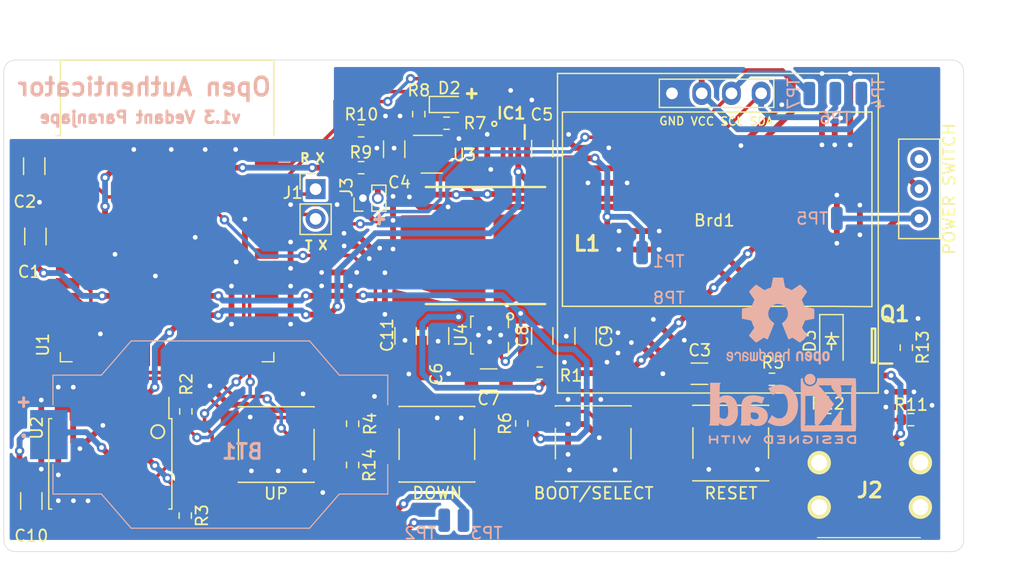
<source format=kicad_pcb>
(kicad_pcb (version 20171130) (host pcbnew 5.1.8-db9833491~87~ubuntu20.04.1)
  (title_block (title ESP-2FA) (date 2020-08-28) (rev v01) (comment 3 "License: MIT") (comment 4 "Author: Vedant Paranjape"))
  (layers (0 F.Cu signal) (31 B.Cu signal) (34 B.Paste user) (35 F.Paste user) (36 B.SilkS user) (37 F.SilkS user) (38 B.Mask user) (39 F.Mask user) (44 Edge.Cuts user))
  (net 0 "")
  (net 1 /IO21_SDA)
  (net 2 /IO22_SCL)
  (net 3 GND)
  (net 4 /LOAD_SWITCH_VCC)
  (net 5 "Net-(BT1-Pad1)")
  (net 6 /EN)
  (net 7 +BATT)
  (net 8 +3V3)
  (net 9 /V_INPUT)
  (net 10 "Net-(C7-Pad1)")
  (net 11 "Net-(D2-Pad1)")
  (net 12 VBUS)
  (net 13 /IO23)
  (net 14 "Net-(IC1-Pad4)")
  (net 15 "Net-(IC1-Pad5)")
  (net 16 /TX)
  (net 17 /RX)
  (net 18 "Net-(J2-PadA5)")
  (net 19 "Net-(J2-PadB5)")
  (net 20 "Net-(L1-Pad1)")
  (net 21 "Net-(L1-Pad2)")
  (net 22 /IO5_SDA)
  (net 23 /IO18_SCL)
  (net 24 /IO26)
  (net 25 /BOOT)
  (net 26 "Net-(R7-Pad1)")
  (net 27 "Net-(R8-Pad1)")
  (net 28 /A1_7_BATT)
  (net 29 /IO25)
  (net 30 "Net-(U1-Pad4)")
  (net 31 "Net-(U1-Pad5)")
  (net 32 "Net-(U1-Pad6)")
  (net 33 "Net-(U1-Pad8)")
  (net 34 "Net-(U1-Pad9)")
  (net 35 "Net-(U1-Pad12)")
  (net 36 "Net-(U1-Pad13)")
  (net 37 "Net-(U1-Pad14)")
  (net 38 "Net-(U1-Pad16)")
  (net 39 "Net-(U1-Pad17)")
  (net 40 "Net-(U1-Pad18)")
  (net 41 "Net-(U1-Pad19)")
  (net 42 "Net-(U1-Pad20)")
  (net 43 "Net-(U1-Pad21)")
  (net 44 "Net-(U1-Pad22)")
  (net 45 "Net-(U1-Pad23)")
  (net 46 "Net-(U1-Pad24)")
  (net 47 "Net-(U1-Pad26)")
  (net 48 "Net-(U1-Pad27)")
  (net 49 "Net-(U1-Pad28)")
  (net 50 "Net-(U1-Pad31)")
  (net 51 "Net-(U1-Pad32)")
  (net 52 "Net-(U2-Pad1)")
  (net 53 "Net-(U2-Pad3)")
  (net 54 "Net-(U2-Pad4)")
  (net 55 "Net-(C11-Pad1)")
  (module Symbol:KiCad-Logo2_5mm_SilkScreen (layer B.Cu) (at 156.5275 109.7915 180)
    (fp_text reference REF** hide)
    (fp_text value KiCad-Logo2_5mm_SilkScreen hide)
  )
  (module Symbol:OSHW-Logo2_9.8x8mm_SilkScreen (layer B.Cu) (at 156.1465 102.2985 180)
    (fp_text reference REF** hide)
    (fp_text value OSHW-Logo2_9.8x8mm_SilkScreen hide)
  )
  (module Capacitor_SMD:C_1206_3216Metric (layer F.Cu) (at 124.325 103.575 270)
    (fp_text reference C11 (at -0.07 1.5795 90) (layer F.SilkS))
    (fp_text value "10uF 50V" hide)
    (pad 2 smd roundrect (at 1.475 0 270) (size 1.15 1.8) (layers F.Cu F.Paste F.Mask) (roundrect_rratio 0.2173904347826087) (net 3 GND))
    (pad 1 smd roundrect (at -1.475 0 270) (size 1.15 1.8) (layers F.Cu F.Paste F.Mask) (roundrect_rratio 0.2173904347826087) (net 55 "Net-(C11-Pad1)"))
  )
  (module Package_SON:Texas_DRC0010J_ThermalVias (layer F.Cu) (at 131.5 103.5 270)
    (fp_text reference U4 (at 0 2.45 90) (layer F.SilkS))
    (fp_text value TPS63001 hide)
    (pad 1 smd rect (at -1.4 -1 270) (size 0.6 0.24) (layers F.Cu F.Paste F.Mask) (net 8 +3V3))
    (pad 2 smd rect (at -1.4 -0.5 270) (size 0.6 0.24) (layers F.Cu F.Paste F.Mask) (net 21 "Net-(L1-Pad2)"))
    (pad 3 smd rect (at -1.4 0 270) (size 0.6 0.24) (layers F.Cu F.Paste F.Mask) (net 3 GND))
    (pad 4 smd rect (at -1.4 0.5 270) (size 0.6 0.24) (layers F.Cu F.Paste F.Mask) (net 20 "Net-(L1-Pad1)"))
    (pad 5 smd rect (at -1.4 1 270) (size 0.6 0.24) (layers F.Cu F.Paste F.Mask) (net 55 "Net-(C11-Pad1)"))
    (pad 6 smd rect (at 1.4 1 270) (size 0.6 0.24) (layers F.Cu F.Paste F.Mask) (net 10 "Net-(C7-Pad1)"))
    (pad 7 smd rect (at 1.4 0.5 270) (size 0.6 0.24) (layers F.Cu F.Paste F.Mask) (net 10 "Net-(C7-Pad1)"))
    (pad 8 smd rect (at 1.4 0 270) (size 0.6 0.24) (layers F.Cu F.Paste F.Mask) (net 10 "Net-(C7-Pad1)"))
    (pad 9 smd rect (at 1.4 -0.5 270) (size 0.6 0.24) (layers F.Cu F.Paste F.Mask) (net 3 GND))
    (pad 10 smd rect (at 1.4 -1 270) (size 0.6 0.24) (layers F.Cu F.Paste F.Mask) (net 8 +3V3))
    (pad 11 smd custom (at 0 0 270) (size 1.65 2.4) (layers F.Cu F.Mask) (net 3 GND) (options (clearance outline) (anchor rect)) (primitives (gr_poly (pts (xy -0.375 -1.1) (xy -0.375 -1.7) (xy -0.125 -1.7) (xy -0.125 -1.1) (xy 0.125 -1.1) (xy 0.125 -1.7) (xy 0.375 -1.7) (xy 0.375 1.7) (xy 0.125 1.7) (xy 0.125 1.1) (xy -0.125 1.1) (xy -0.125 1.7) (xy -0.375 1.7)) (width 0))))
    (pad 11 thru_hole circle (at 0 0.95 270) (size 0.6 0.6) (drill 0.4) (layers *.Cu) (net 3 GND))
    (pad 11 thru_hole circle (at -0.575 0 270) (size 0.6 0.6) (drill 0.4) (layers *.Cu) (net 3 GND))
    (pad 11 thru_hole circle (at 0.575 0 270) (size 0.6 0.6) (drill 0.4) (layers *.Cu) (net 3 GND))
    (pad 11 thru_hole circle (at 0 -0.95 270) (size 0.6 0.6) (drill 0.4) (layers *.Cu) (net 3 GND))
  )
  (module SSD1306:128x64OLED (layer F.Cu) (at 150.7 93.45)
    (fp_text reference Brd1 (at 0 0.254) (layer F.SilkS))
    (fp_text value SSD1306)
    (pad 4 thru_hole oval (at 4 -10.6 90) (size 2 1.6) (drill 1) (layers *.Cu *.Mask) (net 1 /IO21_SDA))
    (pad 3 thru_hole oval (at 1.46 -10.6 90) (size 2 1.6) (drill 1) (layers *.Cu *.Mask) (net 2 /IO22_SCL))
    (pad 1 thru_hole oval (at -3.62 -10.6 90) (size 2 1.6) (drill 1) (layers *.Cu *.Mask) (net 3 GND))
    (pad 2 thru_hole oval (at -1.08 -10.6 90) (size 2 1.6) (drill 1) (layers *.Cu *.Mask) (net 4 /LOAD_SWITCH_VCC))
  )
  (module Connector_Wire:SolderWirePad_1x01_SMD_1x2mm (layer B.Cu) (at 161.163 93.5355)
    (fp_text reference TP5 (at -2.1082 0.0127) (layer B.SilkS) (effects (justify mirror)))
    (fp_text value V_INPUT hide)
    (pad 1 smd roundrect (at 0 0) (size 1 2) (layers B.Cu B.Mask) (net 9 /V_INPUT))
  )
  (module Connector_PinHeader_1.27mm:PinHeader_1x02_P1.27mm_Vertical (layer F.Cu) (at 120.68 91.8 90)
    (fp_text reference J3 (at 0.9188 -1.4016 90) (layer F.SilkS))
    (fp_text value Conn_01x02_Female hide)
    (pad 2 thru_hole oval (at 0 1.27 90) (size 1 1) (drill 0.65) (layers *.Cu *.Mask) (net 7 +BATT))
    (pad 1 thru_hole rect (at 0 0 90) (size 1 1) (drill 0.65) (layers *.Cu *.Mask) (net 3 GND))
  )
  (module Connector_Wire:SolderWirePad_1x01_SMD_1x2mm (layer B.Cu) (at 144.526 99.568)
    (fp_text reference TP8 (at 2.286 0.762) (layer B.SilkS) (effects (justify mirror)))
    (fp_text value GND hide)
    (pad 1 smd roundrect (at 0 0) (size 1 2) (layers B.Cu B.Mask) (net 3 GND))
  )
  (module Connector_Wire:SolderWirePad_1x01_SMD_1x2mm (layer B.Cu) (at 158.8135 82.8675)
    (fp_text reference TP7 (at -1.3335 0 90) (layer B.SilkS) (effects (justify mirror)))
    (fp_text value OLED_SCL hide)
    (pad 1 smd roundrect (at 0 0) (size 1 2) (layers B.Cu B.Mask) (net 2 /IO22_SCL))
  )
  (module Connector_Wire:SolderWirePad_1x01_SMD_1x2mm (layer B.Cu) (at 161.036 82.8675)
    (fp_text reference TP6 (at 0 2.0955) (layer B.SilkS) (effects (justify mirror)))
    (fp_text value OLED_SDA hide)
    (pad 1 smd roundrect (at 0 0) (size 1 2) (layers B.Cu B.Mask) (net 1 /IO21_SDA))
  )
  (module Connector_Wire:SolderWirePad_1x01_SMD_1x2mm (layer B.Cu) (at 129.2733 119.3165)
    (fp_text reference TP3 (at 1.9685 1.1049) (layer B.SilkS) (effects (justify mirror)))
    (fp_text value RTC_SCL)
    (pad 1 smd roundrect (at 0 0) (size 1 2) (layers B.Cu B.Mask) (net 23 /IO18_SCL))
  )
  (module Connector_Wire:SolderWirePad_1x01_SMD_1x2mm (layer B.Cu) (at 127.6223 119.3165)
    (fp_text reference TP2 (at -2.0447 1.1049) (layer B.SilkS) (effects (justify mirror)))
    (fp_text value RTC_SDA)
    (pad 1 smd roundrect (at 0 0) (size 1 2) (layers B.Cu B.Mask) (net 22 /IO5_SDA))
  )
  (module Capacitor_SMD:C_1206_3216Metric (layer F.Cu) (at 92.35 117.675 270)
    (fp_text reference C10 (at 2.975 0 180) (layer F.SilkS))
    (fp_text value "1uF 50V" hide)
    (pad 2 smd roundrect (at 1.475 0 270) (size 1.15 1.8) (layers F.Cu F.Paste F.Mask) (roundrect_rratio 0.2173904347826087) (net 3 GND))
    (pad 1 smd roundrect (at -1.475 0 270) (size 1.15 1.8) (layers F.Cu F.Paste F.Mask) (roundrect_rratio 0.2173904347826087) (net 5 "Net-(BT1-Pad1)"))
  )
  (module Capacitor_SMD:C_1206_3216Metric (layer F.Cu) (at 92.6 89.075 270)
    (fp_text reference C2 (at 3.025 0.8044 180) (layer F.SilkS))
    (fp_text value "0.1uF 50V" hide)
    (pad 1 smd roundrect (at -1.475 0 270) (size 1.15 1.8) (layers F.Cu F.Paste F.Mask) (roundrect_rratio 0.2173904347826087) (net 3 GND))
    (pad 2 smd roundrect (at 1.475 0 270) (size 1.15 1.8) (layers F.Cu F.Paste F.Mask) (roundrect_rratio 0.2173904347826087) (net 8 +3V3))
  )
  (module Capacitor_SMD:C_1206_3216Metric (layer F.Cu) (at 92.7 95.075 90)
    (fp_text reference C1 (at -3.0198 -0.5234 180) (layer F.SilkS))
    (fp_text value "10uF 50V" hide)
    (pad 1 smd roundrect (at -1.475 0 90) (size 1.15 1.8) (layers F.Cu F.Paste F.Mask) (roundrect_rratio 0.2173904347826087) (net 8 +3V3))
    (pad 2 smd roundrect (at 1.475 0 90) (size 1.15 1.8) (layers F.Cu F.Paste F.Mask) (roundrect_rratio 0.2173904347826087) (net 3 GND))
  )
  (module Connector_Wire:SolderWirePad_1x01_SMD_1x2mm (layer B.Cu) (at 163.2585 82.8675)
    (fp_text reference TP4 (at 1.4605 0 270) (layer B.SilkS) (effects (justify mirror)))
    (fp_text value LOAD_SWITCH hide)
    (pad 1 smd roundrect (at 0 0) (size 1 2) (layers B.Cu B.Mask) (net 4 /LOAD_SWITCH_VCC))
  )
  (module Connector_Wire:SolderWirePad_1x01_SMD_1x2mm (layer B.Cu) (at 144.526 96.4565)
    (fp_text reference TP1 (at 2.2606 0.7493) (layer B.SilkS) (effects (justify mirror)))
    (fp_text value 3V3 hide)
    (pad 1 smd roundrect (at 0 0) (size 1 2) (layers B.Cu B.Mask) (net 8 +3V3))
  )
  (module BU2032SM-BT-GTR:BU2032SMBTGTR (layer B.Cu) (at 108.5 112 180)
    (fp_text reference BT1 (at -1.87824 -1.45418) (layer B.SilkS) (effects (font (size 1.27 1.27) (thickness 0.254)) (justify mirror)))
    (fp_text value 3v hide)
    (pad 1 smd rect (at 14.65 0 180) (size 3.2 4.2) (layers B.Cu B.Paste B.Mask) (net 5 "Net-(BT1-Pad1)"))
    (pad 2 smd rect (at -14.65 0 180) (size 3.2 4.2) (layers B.Cu B.Paste B.Mask) (net 3 GND))
  )
  (module Capacitor_SMD:C_1206_3216Metric (layer F.Cu) (at 149.425 106.8 180)
    (fp_text reference C3 (at -0.025 2) (layer F.SilkS))
    (fp_text value "1uF 50V" hide)
    (pad 1 smd roundrect (at -1.475 0 180) (size 1.15 1.8) (layers F.Cu F.Paste F.Mask) (roundrect_rratio 0.2173904347826087) (net 6 /EN))
    (pad 2 smd roundrect (at 1.475 0 180) (size 1.15 1.8) (layers F.Cu F.Paste F.Mask) (roundrect_rratio 0.2173904347826087) (net 3 GND))
  )
  (module Capacitor_SMD:C_1206_3216Metric (layer F.Cu) (at 123.35 87.625 270)
    (fp_text reference C4 (at 2.825 -0.45 180) (layer F.SilkS))
    (fp_text value "10uF 50V" hide)
    (pad 1 smd roundrect (at -1.475 0 270) (size 1.15 1.8) (layers F.Cu F.Paste F.Mask) (roundrect_rratio 0.2173904347826087) (net 3 GND))
    (pad 2 smd roundrect (at 1.475 0 270) (size 1.15 1.8) (layers F.Cu F.Paste F.Mask) (roundrect_rratio 0.2173904347826087) (net 7 +BATT))
  )
  (module Capacitor_SMD:C_1206_3216Metric (layer F.Cu) (at 136 87.575 270)
    (fp_text reference C5 (at -2.9168 0.0338 180) (layer F.SilkS))
    (fp_text value "1uF 50V" hide)
    (pad 2 smd roundrect (at 1.475 0 270) (size 1.15 1.8) (layers F.Cu F.Paste F.Mask) (roundrect_rratio 0.2173904347826087) (net 8 +3V3))
    (pad 1 smd roundrect (at -1.475 0 270) (size 1.15 1.8) (layers F.Cu F.Paste F.Mask) (roundrect_rratio 0.2173904347826087) (net 3 GND))
  )
  (module Capacitor_SMD:C_1206_3216Metric (layer F.Cu) (at 127.1 103.575 270)
    (fp_text reference C6 (at 3.25 0.15 90) (layer F.SilkS))
    (fp_text value "10uF 50V" hide)
    (pad 2 smd roundrect (at 1.475 0 270) (size 1.15 1.8) (layers F.Cu F.Paste F.Mask) (roundrect_rratio 0.2173904347826087) (net 3 GND))
    (pad 1 smd roundrect (at -1.475 0 270) (size 1.15 1.8) (layers F.Cu F.Paste F.Mask) (roundrect_rratio 0.2173904347826087) (net 55 "Net-(C11-Pad1)"))
  )
  (module Capacitor_SMD:C_1206_3216Metric (layer F.Cu) (at 131.425 107.3 180)
    (fp_text reference C7 (at 0 -1.675) (layer F.SilkS))
    (fp_text value "0.1uF 50V" hide)
    (pad 2 smd roundrect (at 1.475 0 180) (size 1.15 1.8) (layers F.Cu F.Paste F.Mask) (roundrect_rratio 0.2173904347826087) (net 3 GND))
    (pad 1 smd roundrect (at -1.475 0 180) (size 1.15 1.8) (layers F.Cu F.Paste F.Mask) (roundrect_rratio 0.2173904347826087) (net 10 "Net-(C7-Pad1)"))
  )
  (module Capacitor_SMD:C_1206_3216Metric (layer F.Cu) (at 136 103.575 270)
    (fp_text reference C8 (at 0.0062 1.7102 90) (layer F.SilkS))
    (fp_text value "10uF 50V" hide)
    (pad 1 smd roundrect (at -1.475 0 270) (size 1.15 1.8) (layers F.Cu F.Paste F.Mask) (roundrect_rratio 0.2173904347826087) (net 8 +3V3))
    (pad 2 smd roundrect (at 1.475 0 270) (size 1.15 1.8) (layers F.Cu F.Paste F.Mask) (roundrect_rratio 0.2173904347826087) (net 3 GND))
  )
  (module Capacitor_SMD:C_1206_3216Metric (layer F.Cu) (at 139.7 103.575 270)
    (fp_text reference C9 (at 0.0316 -1.7526 90) (layer F.SilkS))
    (fp_text value "10uF 50V" hide)
    (pad 2 smd roundrect (at 1.475 0 270) (size 1.15 1.8) (layers F.Cu F.Paste F.Mask) (roundrect_rratio 0.2173904347826087) (net 3 GND))
    (pad 1 smd roundrect (at -1.475 0 270) (size 1.15 1.8) (layers F.Cu F.Paste F.Mask) (roundrect_rratio 0.2173904347826087) (net 8 +3V3))
  )
  (module LED_SMD:LED_0603_1608Metric_Castellated (layer F.Cu) (at 128.0375 83.8)
    (fp_text reference D2 (at 0.0125 -1.4) (layer F.SilkS))
    (fp_text value LED hide)
    (pad 2 smd roundrect (at 0.8125 0) (size 1.225 0.85) (layers F.Cu F.Paste F.Mask) (net 12 VBUS))
    (pad 1 smd roundrect (at -0.8125 0) (size 1.225 0.85) (layers F.Cu F.Paste F.Mask) (net 11 "Net-(D2-Pad1)"))
  )
  (module Diode_SMD:D_SOD-123 (layer F.Cu) (at 160.7 104 270)
    (fp_text reference D3 (at 0 1.85 90) (layer F.SilkS))
    (fp_text value 1N5819 hide)
    (pad 1 smd rect (at -1.65 0 270) (size 0.9 1.2) (layers F.Cu F.Paste F.Mask) (net 9 /V_INPUT))
    (pad 2 smd rect (at 1.65 0 270) (size 0.9 1.2) (layers F.Cu F.Paste F.Mask) (net 12 VBUS))
  )
  (module TPS22919DCKR:SOT65P210X110-6N (layer F.Cu) (at 133.3 87.1 270)
    (fp_text reference IC1 (at -2.55 -0.05 180) (layer F.SilkS) (effects (font (thickness 0.2))))
    (fp_text value TPS22919DCKR hide)
    (pad 6 smd rect (at 0.95 -0.65) (size 0.4 1.2) (layers F.Cu F.Paste F.Mask) (net 4 /LOAD_SWITCH_VCC))
    (pad 5 smd rect (at 0.95 0) (size 0.4 1.2) (layers F.Cu F.Paste F.Mask) (net 15 "Net-(IC1-Pad5)"))
    (pad 4 smd rect (at 0.95 0.65) (size 0.4 1.2) (layers F.Cu F.Paste F.Mask) (net 14 "Net-(IC1-Pad4)"))
    (pad 3 smd rect (at -0.95 0.65) (size 0.4 1.2) (layers F.Cu F.Paste F.Mask) (net 13 /IO23))
    (pad 2 smd rect (at -0.95 0) (size 0.4 1.2) (layers F.Cu F.Paste F.Mask) (net 3 GND))
    (pad 1 smd rect (at -0.95 -0.65) (size 0.4 1.2) (layers F.Cu F.Paste F.Mask) (net 8 +3V3))
  )
  (module TYPE-C-31-M-17:TYPEC31M17 (layer F.Cu) (at 163.98 116.75)
    (fp_text reference J2 (at 0 0) (layer F.SilkS) (effects (font (size 1.27 1.27) (thickness 0.254))))
    (fp_text value TYPE-C-31-M-17 hide)
    (pad A5 smd rect (at -0.5 -2.5) (size 0.7 1.2) (layers F.Cu F.Paste F.Mask) (net 18 "Net-(J2-PadA5)"))
    (pad A9 smd rect (at 1.52 -2.5) (size 0.76 1.2) (layers F.Cu F.Paste F.Mask) (net 12 VBUS))
    (pad A12 smd rect (at 2.75 -2.5) (size 0.8 1.2) (layers F.Cu F.Paste F.Mask) (net 3 GND))
    (pad B5 smd rect (at 0.5 -2.5) (size 0.7 1.2) (layers F.Cu F.Paste F.Mask) (net 19 "Net-(J2-PadB5)"))
    (pad B9 smd rect (at -1.52 -2.5) (size 0.76 1.2) (layers F.Cu F.Paste F.Mask) (net 12 VBUS))
    (pad B12 smd rect (at -2.75 -2.5) (size 0.8 1.2) (layers F.Cu F.Paste F.Mask) (net 3 GND))
    (pad MH1 thru_hole circle (at -4.32 1.45 90) (size 2 2) (drill 1.346) (layers *.Cu *.Mask F.SilkS) (net 3 GND))
    (pad MH2 thru_hole circle (at 4.32 1.45 90) (size 2 2) (drill 1.346) (layers *.Cu *.Mask F.SilkS) (net 3 GND))
    (pad MH3 thru_hole circle (at 4.32 -2.35 90) (size 2 2) (drill 1.346) (layers *.Cu *.Mask F.SilkS) (net 3 GND))
    (pad MH4 thru_hole circle (at -4.32 -2.35 90) (size 2 2) (drill 1.346) (layers *.Cu *.Mask F.SilkS) (net 3 GND))
  )
  (module CDRH104RNP-150NC:INDPM102100X400N (layer F.Cu) (at 131.15 95.85)
    (fp_text reference L1 (at 8.677 -0.1682) (layer F.SilkS) (effects (font (size 1.27 1.27) (thickness 0.254))))
    (fp_text value "2.2 uH" hide)
    (pad 1 smd rect (at -4.65 0) (size 2.2 3.05) (layers F.Cu F.Paste F.Mask) (net 20 "Net-(L1-Pad1)"))
    (pad 2 smd rect (at 4.65 0) (size 2.2 3.05) (layers F.Cu F.Paste F.Mask) (net 21 "Net-(L1-Pad2)"))
  )
  (module DMP2305U-7:SOT96P240X110-3N (layer F.Cu) (at 164.3 104.4 180)
    (fp_text reference Q1 (at -1.8 2.7) (layer F.SilkS) (effects (font (size 1.27 1.27) (thickness 0.254))))
    (fp_text value DMP2305U-7 hide)
    (pad 1 smd rect (at -1.05 -0.96 270) (size 0.65 1.1) (layers F.Cu F.Paste F.Mask) (net 12 VBUS))
    (pad 2 smd rect (at -1.05 0.96 270) (size 0.65 1.1) (layers F.Cu F.Paste F.Mask) (net 9 /V_INPUT))
    (pad 3 smd rect (at 1.05 0 270) (size 0.65 1.1) (layers F.Cu F.Paste F.Mask) (net 7 +BATT))
  )
  (module Resistor_SMD:R_0603_1608Metric (layer F.Cu) (at 135.775 106.75 180)
    (fp_text reference R1 (at -2.675 -0.2094) (layer F.SilkS))
    (fp_text value 100 hide)
    (pad 2 smd roundrect (at 0.825 0 180) (size 0.8 0.95) (layers F.Cu F.Paste F.Mask) (net 10 "Net-(C7-Pad1)"))
    (pad 1 smd roundrect (at -0.825 0 180) (size 0.8 0.95) (layers F.Cu F.Paste F.Mask) (net 55 "Net-(C11-Pad1)"))
  )
  (module Resistor_SMD:R_0603_1608Metric (layer F.Cu) (at 105.55 110.025 270)
    (fp_text reference R2 (at -2.325 -0.05 90) (layer F.SilkS))
    (fp_text value 4.7k hide)
    (pad 2 smd roundrect (at 0.825 0 270) (size 0.8 0.95) (layers F.Cu F.Paste F.Mask) (net 22 /IO5_SDA))
    (pad 1 smd roundrect (at -0.825 0 270) (size 0.8 0.95) (layers F.Cu F.Paste F.Mask) (net 4 /LOAD_SWITCH_VCC))
  )
  (module Resistor_SMD:R_0603_1608Metric (layer F.Cu) (at 105.5 118.925 270)
    (fp_text reference R3 (at 0 -1.43 90) (layer F.SilkS))
    (fp_text value 4.7k hide)
    (pad 1 smd roundrect (at -0.825 0 270) (size 0.8 0.95) (layers F.Cu F.Paste F.Mask) (net 4 /LOAD_SWITCH_VCC))
    (pad 2 smd roundrect (at 0.825 0 270) (size 0.8 0.95) (layers F.Cu F.Paste F.Mask) (net 23 /IO18_SCL))
  )
  (module Resistor_SMD:R_0603_1608Metric (layer F.Cu) (at 119.8 111.075 90)
    (fp_text reference R4 (at 0 1.5 90) (layer F.SilkS))
    (fp_text value 10k hide)
    (pad 1 smd roundrect (at -0.825 0 90) (size 0.8 0.95) (layers F.Cu F.Paste F.Mask) (net 8 +3V3))
    (pad 2 smd roundrect (at 0.825 0 90) (size 0.8 0.95) (layers F.Cu F.Paste F.Mask) (net 24 /IO26))
  )
  (module Resistor_SMD:R_0603_1608Metric (layer F.Cu) (at 155.625 107.275 180)
    (fp_text reference R5 (at -0.075 1.425) (layer F.SilkS))
    (fp_text value 10k hide)
    (pad 2 smd roundrect (at 0.825 0 180) (size 0.8 0.95) (layers F.Cu F.Paste F.Mask) (net 6 /EN))
    (pad 1 smd roundrect (at -0.825 0 180) (size 0.8 0.95) (layers F.Cu F.Paste F.Mask) (net 8 +3V3))
  )
  (module Resistor_SMD:R_0603_1608Metric (layer F.Cu) (at 134.25 111.05 90)
    (fp_text reference R6 (at 0 -1.43 90) (layer F.SilkS))
    (fp_text value 10k hide)
    (pad 1 smd roundrect (at -0.825 0 90) (size 0.8 0.95) (layers F.Cu F.Paste F.Mask) (net 8 +3V3))
    (pad 2 smd roundrect (at 0.825 0 90) (size 0.8 0.95) (layers F.Cu F.Paste F.Mask) (net 25 /BOOT))
  )
  (module Resistor_SMD:R_0603_1608Metric (layer F.Cu) (at 127.825 85.4)
    (fp_text reference R7 (at 2.425 0) (layer F.SilkS))
    (fp_text value 4.7k hide)
    (pad 2 smd roundrect (at 0.825 0) (size 0.8 0.95) (layers F.Cu F.Paste F.Mask) (net 3 GND))
    (pad 1 smd roundrect (at -0.825 0) (size 0.8 0.95) (layers F.Cu F.Paste F.Mask) (net 26 "Net-(R7-Pad1)"))
  )
  (module Resistor_SMD:R_0603_1608Metric (layer F.Cu) (at 125.45 84.625 90)
    (fp_text reference R8 (at 2.025 0 180) (layer F.SilkS))
    (fp_text value 1k hide)
    (pad 1 smd roundrect (at -0.825 0 90) (size 0.8 0.95) (layers F.Cu F.Paste F.Mask) (net 27 "Net-(R8-Pad1)"))
    (pad 2 smd roundrect (at 0.825 0 90) (size 0.8 0.95) (layers F.Cu F.Paste F.Mask) (net 11 "Net-(D2-Pad1)"))
  )
  (module Resistor_SMD:R_0603_1608Metric (layer F.Cu) (at 120.525 89.2 180)
    (fp_text reference R9 (at 0.025 1.3) (layer F.SilkS))
    (fp_text value 100k hide)
    (pad 2 smd roundrect (at 0.825 0 180) (size 0.8 0.95) (layers F.Cu F.Paste F.Mask) (net 28 /A1_7_BATT))
    (pad 1 smd roundrect (at -0.825 0 180) (size 0.8 0.95) (layers F.Cu F.Paste F.Mask) (net 7 +BATT))
  )
  (module Resistor_SMD:R_0603_1608Metric (layer F.Cu) (at 120.525 86.05)
    (fp_text reference R10 (at 0.025 -1.4) (layer F.SilkS))
    (fp_text value 100k hide)
    (pad 1 smd roundrect (at -0.825 0) (size 0.8 0.95) (layers F.Cu F.Paste F.Mask) (net 28 /A1_7_BATT))
    (pad 2 smd roundrect (at 0.825 0) (size 0.8 0.95) (layers F.Cu F.Paste F.Mask) (net 3 GND))
  )
  (module Resistor_SMD:R_0603_1608Metric (layer F.Cu) (at 167.5 110.725 180)
    (fp_text reference R11 (at 0 1.275) (layer F.SilkS))
    (fp_text value 5.1k hide)
    (pad 1 smd roundrect (at -0.825 0 180) (size 0.8 0.95) (layers F.Cu F.Paste F.Mask) (net 3 GND))
    (pad 2 smd roundrect (at 0.825 0 180) (size 0.8 0.95) (layers F.Cu F.Paste F.Mask) (net 19 "Net-(J2-PadB5)"))
  )
  (module Resistor_SMD:R_0603_1608Metric (layer F.Cu) (at 160.425 110.725)
    (fp_text reference R12 (at -0.025 -1.375) (layer F.SilkS))
    (fp_text value 5.1k hide)
    (pad 2 smd roundrect (at 0.825 0) (size 0.8 0.95) (layers F.Cu F.Paste F.Mask) (net 18 "Net-(J2-PadA5)"))
    (pad 1 smd roundrect (at -0.825 0) (size 0.8 0.95) (layers F.Cu F.Paste F.Mask) (net 3 GND))
  )
  (module Resistor_SMD:R_0603_1608Metric (layer F.Cu) (at 167.1 104.575 90)
    (fp_text reference R13 (at 0.025 1.4 270) (layer F.SilkS))
    (fp_text value 10k hide)
    (pad 1 smd roundrect (at -0.825 0 90) (size 0.8 0.95) (layers F.Cu F.Paste F.Mask) (net 12 VBUS))
    (pad 2 smd roundrect (at 0.825 0 90) (size 0.8 0.95) (layers F.Cu F.Paste F.Mask) (net 3 GND))
  )
  (module Resistor_SMD:R_0603_1608Metric (layer F.Cu) (at 119.8 114.6 270)
    (fp_text reference R14 (at 0 -1.43 90) (layer F.SilkS))
    (fp_text value 10k hide)
    (pad 2 smd roundrect (at 0.825 0 270) (size 0.8 0.95) (layers F.Cu F.Paste F.Mask) (net 29 /IO25))
    (pad 1 smd roundrect (at -0.825 0 270) (size 0.8 0.95) (layers F.Cu F.Paste F.Mask) (net 8 +3V3))
  )
  (module Button_Switch_SMD:SW_Push_1P1T_NO_6x6mm_H9.5mm (layer F.Cu) (at 113.275 112.85 180)
    (fp_text reference SW1 hide)
    (fp_text value UP (at 0.0164 -4.1932) (layer F.SilkS))
    (pad 2 smd rect (at 3.975 2.25 180) (size 1.55 1.3) (layers F.Cu F.Paste F.Mask) (net 24 /IO26))
    (pad 1 smd rect (at 3.975 -2.25 180) (size 1.55 1.3) (layers F.Cu F.Paste F.Mask) (net 3 GND))
    (pad 1 smd rect (at -3.975 -2.25 180) (size 1.55 1.3) (layers F.Cu F.Paste F.Mask) (net 3 GND))
    (pad 2 smd rect (at -3.975 2.25 180) (size 1.55 1.3) (layers F.Cu F.Paste F.Mask) (net 24 /IO26))
  )
  (module Button_Switch_SMD:SW_Push_1P1T_NO_6x6mm_H9.5mm (layer F.Cu) (at 127 112.825)
    (fp_text reference SW2 hide)
    (fp_text value DOWN (at 0.0254 4.1674) (layer F.SilkS))
    (pad 2 smd rect (at -3.975 2.25) (size 1.55 1.3) (layers F.Cu F.Paste F.Mask) (net 29 /IO25))
    (pad 1 smd rect (at -3.975 -2.25) (size 1.55 1.3) (layers F.Cu F.Paste F.Mask) (net 3 GND))
    (pad 1 smd rect (at 3.975 -2.25) (size 1.55 1.3) (layers F.Cu F.Paste F.Mask) (net 3 GND))
    (pad 2 smd rect (at 3.975 2.25) (size 1.55 1.3) (layers F.Cu F.Paste F.Mask) (net 29 /IO25))
  )
  (module Button_Switch_SMD:SW_Push_1P1T_NO_6x6mm_H9.5mm (layer F.Cu) (at 140.35 112.775 180)
    (fp_text reference SW3 hide)
    (fp_text value BOOT/SELECT (at -0.0358 -4.2428) (layer F.SilkS))
    (pad 2 smd rect (at 3.975 2.25 180) (size 1.55 1.3) (layers F.Cu F.Paste F.Mask) (net 25 /BOOT))
    (pad 1 smd rect (at 3.975 -2.25 180) (size 1.55 1.3) (layers F.Cu F.Paste F.Mask) (net 3 GND))
    (pad 1 smd rect (at -3.975 -2.25 180) (size 1.55 1.3) (layers F.Cu F.Paste F.Mask) (net 3 GND))
    (pad 2 smd rect (at -3.975 2.25 180) (size 1.55 1.3) (layers F.Cu F.Paste F.Mask) (net 25 /BOOT))
  )
  (module Button_Switch_SMD:SW_Push_1P1T_NO_6x6mm_H9.5mm (layer F.Cu) (at 152.1 112.725 180)
    (fp_text reference SW4 hide)
    (fp_text value RESET (at -0.0206 -4.2928) (layer F.SilkS))
    (pad 2 smd rect (at -3.975 2.25 180) (size 1.55 1.3) (layers F.Cu F.Paste F.Mask) (net 6 /EN))
    (pad 1 smd rect (at -3.975 -2.25 180) (size 1.55 1.3) (layers F.Cu F.Paste F.Mask) (net 3 GND))
    (pad 1 smd rect (at 3.975 -2.25 180) (size 1.55 1.3) (layers F.Cu F.Paste F.Mask) (net 3 GND))
    (pad 2 smd rect (at 3.975 2.25 180) (size 1.55 1.3) (layers F.Cu F.Paste F.Mask) (net 6 /EN))
  )
  (module RF_Module:ESP32-WROOM-32 (layer F.Cu) (at 103.95 95.9)
    (fp_text reference U1 (at -10.61 8.43 90) (layer F.SilkS))
    (fp_text value ESP32-WROOM-32 hide)
    (pad 38 smd rect (at 8.5 -8.255) (size 2 0.9) (layers F.Cu F.Paste F.Mask) (net 3 GND))
    (pad 37 smd rect (at 8.5 -6.985) (size 2 0.9) (layers F.Cu F.Paste F.Mask) (net 13 /IO23))
    (pad 36 smd rect (at 8.5 -5.715) (size 2 0.9) (layers F.Cu F.Paste F.Mask) (net 2 /IO22_SCL))
    (pad 35 smd rect (at 8.5 -4.445) (size 2 0.9) (layers F.Cu F.Paste F.Mask) (net 16 /TX))
    (pad 34 smd rect (at 8.5 -3.175) (size 2 0.9) (layers F.Cu F.Paste F.Mask) (net 17 /RX))
    (pad 33 smd rect (at 8.5 -1.905) (size 2 0.9) (layers F.Cu F.Paste F.Mask) (net 1 /IO21_SDA))
    (pad 32 smd rect (at 8.5 -0.635) (size 2 0.9) (layers F.Cu F.Paste F.Mask) (net 51 "Net-(U1-Pad32)"))
    (pad 31 smd rect (at 8.5 0.635) (size 2 0.9) (layers F.Cu F.Paste F.Mask) (net 50 "Net-(U1-Pad31)"))
    (pad 30 smd rect (at 8.5 1.905) (size 2 0.9) (layers F.Cu F.Paste F.Mask) (net 23 /IO18_SCL))
    (pad 29 smd rect (at 8.5 3.175) (size 2 0.9) (layers F.Cu F.Paste F.Mask) (net 22 /IO5_SDA))
    (pad 28 smd rect (at 8.5 4.445) (size 2 0.9) (layers F.Cu F.Paste F.Mask) (net 49 "Net-(U1-Pad28)"))
    (pad 27 smd rect (at 8.5 5.715) (size 2 0.9) (layers F.Cu F.Paste F.Mask) (net 48 "Net-(U1-Pad27)"))
    (pad 26 smd rect (at 8.5 6.985) (size 2 0.9) (layers F.Cu F.Paste F.Mask) (net 47 "Net-(U1-Pad26)"))
    (pad 25 smd rect (at 8.5 8.255) (size 2 0.9) (layers F.Cu F.Paste F.Mask) (net 25 /BOOT))
    (pad 24 smd rect (at 5.715 9.255 90) (size 2 0.9) (layers F.Cu F.Paste F.Mask) (net 46 "Net-(U1-Pad24)"))
    (pad 23 smd rect (at 4.445 9.255 90) (size 2 0.9) (layers F.Cu F.Paste F.Mask) (net 45 "Net-(U1-Pad23)"))
    (pad 22 smd rect (at 3.175 9.255 90) (size 2 0.9) (layers F.Cu F.Paste F.Mask) (net 44 "Net-(U1-Pad22)"))
    (pad 21 smd rect (at 1.905 9.255 90) (size 2 0.9) (layers F.Cu F.Paste F.Mask) (net 43 "Net-(U1-Pad21)"))
    (pad 20 smd rect (at 0.635 9.255 90) (size 2 0.9) (layers F.Cu F.Paste F.Mask) (net 42 "Net-(U1-Pad20)"))
    (pad 19 smd rect (at -0.635 9.255 90) (size 2 0.9) (layers F.Cu F.Paste F.Mask) (net 41 "Net-(U1-Pad19)"))
    (pad 18 smd rect (at -1.905 9.255 90) (size 2 0.9) (layers F.Cu F.Paste F.Mask) (net 40 "Net-(U1-Pad18)"))
    (pad 17 smd rect (at -3.175 9.255 90) (size 2 0.9) (layers F.Cu F.Paste F.Mask) (net 39 "Net-(U1-Pad17)"))
    (pad 16 smd rect (at -4.445 9.255 90) (size 2 0.9) (layers F.Cu F.Paste F.Mask) (net 38 "Net-(U1-Pad16)"))
    (pad 15 smd rect (at -5.715 9.255 90) (size 2 0.9) (layers F.Cu F.Paste F.Mask) (net 3 GND))
    (pad 14 smd rect (at -8.5 8.255) (size 2 0.9) (layers F.Cu F.Paste F.Mask) (net 37 "Net-(U1-Pad14)"))
    (pad 13 smd rect (at -8.5 6.985) (size 2 0.9) (layers F.Cu F.Paste F.Mask) (net 36 "Net-(U1-Pad13)"))
    (pad 12 smd rect (at -8.5 5.715) (size 2 0.9) (layers F.Cu F.Paste F.Mask) (net 35 "Net-(U1-Pad12)"))
    (pad 11 smd rect (at -8.5 4.445) (size 2 0.9) (layers F.Cu F.Paste F.Mask) (net 24 /IO26))
    (pad 10 smd rect (at -8.5 3.175) (size 2 0.9) (layers F.Cu F.Paste F.Mask) (net 29 /IO25))
    (pad 9 smd rect (at -8.5 1.905) (size 2 0.9) (layers F.Cu F.Paste F.Mask) (net 34 "Net-(U1-Pad9)"))
    (pad 8 smd rect (at -8.5 0.635) (size 2 0.9) (layers F.Cu F.Paste F.Mask) (net 33 "Net-(U1-Pad8)"))
    (pad 7 smd rect (at -8.5 -0.635) (size 2 0.9) (layers F.Cu F.Paste F.Mask) (net 28 /A1_7_BATT))
    (pad 6 smd rect (at -8.5 -1.905) (size 2 0.9) (layers F.Cu F.Paste F.Mask) (net 32 "Net-(U1-Pad6)"))
    (pad 5 smd rect (at -8.5 -3.175) (size 2 0.9) (layers F.Cu F.Paste F.Mask) (net 31 "Net-(U1-Pad5)"))
    (pad 4 smd rect (at -8.5 -4.445) (size 2 0.9) (layers F.Cu F.Paste F.Mask) (net 30 "Net-(U1-Pad4)"))
    (pad 3 smd rect (at -8.5 -5.715) (size 2 0.9) (layers F.Cu F.Paste F.Mask) (net 6 /EN))
    (pad 2 smd rect (at -8.5 -6.985) (size 2 0.9) (layers F.Cu F.Paste F.Mask) (net 8 +3V3))
    (pad 1 smd rect (at -8.5 -8.255) (size 2 0.9) (layers F.Cu F.Paste F.Mask) (net 3 GND))
    (pad 39 smd rect (at -1 -0.755) (size 5 5) (layers F.Cu F.Paste F.Mask) (net 3 GND))
  )
  (module Package_SO:SOIC-16W_7.5x10.3mm_P1.27mm (layer F.Cu) (at 99.1 114.5 270)
    (fp_text reference U2 (at -3.0702 6.2884 270) (layer F.SilkS))
    (fp_text value DS3231M hide)
    (pad 1 smd roundrect (at -4.65 -4.445 270) (size 2.05 0.6) (layers F.Cu F.Paste F.Mask) (net 52 "Net-(U2-Pad1)"))
    (pad 2 smd roundrect (at -4.65 -3.175 270) (size 2.05 0.6) (layers F.Cu F.Paste F.Mask) (net 4 /LOAD_SWITCH_VCC))
    (pad 3 smd roundrect (at -4.65 -1.905 270) (size 2.05 0.6) (layers F.Cu F.Paste F.Mask) (net 53 "Net-(U2-Pad3)"))
    (pad 4 smd roundrect (at -4.65 -0.635 270) (size 2.05 0.6) (layers F.Cu F.Paste F.Mask) (net 54 "Net-(U2-Pad4)"))
    (pad 5 smd roundrect (at -4.65 0.635 270) (size 2.05 0.6) (layers F.Cu F.Paste F.Mask) (net 3 GND))
    (pad 6 smd roundrect (at -4.65 1.905 270) (size 2.05 0.6) (layers F.Cu F.Paste F.Mask) (net 3 GND))
    (pad 7 smd roundrect (at -4.65 3.175 270) (size 2.05 0.6) (layers F.Cu F.Paste F.Mask) (net 3 GND))
    (pad 8 smd roundrect (at -4.65 4.445 270) (size 2.05 0.6) (layers F.Cu F.Paste F.Mask) (net 3 GND))
    (pad 9 smd roundrect (at 4.65 4.445 270) (size 2.05 0.6) (layers F.Cu F.Paste F.Mask) (net 3 GND))
    (pad 10 smd roundrect (at 4.65 3.175 270) (size 2.05 0.6) (layers F.Cu F.Paste F.Mask) (net 3 GND))
    (pad 11 smd roundrect (at 4.65 1.905 270) (size 2.05 0.6) (layers F.Cu F.Paste F.Mask) (net 3 GND))
    (pad 12 smd roundrect (at 4.65 0.635 270) (size 2.05 0.6) (layers F.Cu F.Paste F.Mask) (net 3 GND))
    (pad 13 smd roundrect (at 4.65 -0.635 270) (size 2.05 0.6) (layers F.Cu F.Paste F.Mask) (net 3 GND))
    (pad 14 smd roundrect (at 4.65 -1.905 270) (size 2.05 0.6) (layers F.Cu F.Paste F.Mask) (net 5 "Net-(BT1-Pad1)"))
    (pad 15 smd roundrect (at 4.65 -3.175 270) (size 2.05 0.6) (layers F.Cu F.Paste F.Mask) (net 22 /IO5_SDA))
    (pad 16 smd roundrect (at 4.65 -4.445 270) (size 2.05 0.6) (layers F.Cu F.Paste F.Mask) (net 23 /IO18_SCL))
  )
  (module Package_TO_SOT_SMD:SOT-23-5 (layer F.Cu) (at 126.55 88.05)
    (fp_text reference U3 (at 2.8 0.05) (layer F.SilkS))
    (fp_text value MCP73831-2-OT hide)
    (pad 1 smd rect (at -1.1 -0.95) (size 1.06 0.65) (layers F.Cu F.Paste F.Mask) (net 27 "Net-(R8-Pad1)"))
    (pad 2 smd rect (at -1.1 0) (size 1.06 0.65) (layers F.Cu F.Paste F.Mask) (net 3 GND))
    (pad 3 smd rect (at -1.1 0.95) (size 1.06 0.65) (layers F.Cu F.Paste F.Mask) (net 7 +BATT))
    (pad 4 smd rect (at 1.1 0.95) (size 1.06 0.65) (layers F.Cu F.Paste F.Mask) (net 12 VBUS))
    (pad 5 smd rect (at 1.1 -0.95) (size 1.06 0.65) (layers F.Cu F.Paste F.Mask) (net 26 "Net-(R7-Pad1)"))
  )
  (module Connector_PinHeader_2.54mm:PinHeader_1x02_P2.54mm_Vertical (layer F.Cu) (at 116.6368 91.0336)
    (fp_text reference J1 (at -1.9558 0.3048) (layer F.SilkS))
    (fp_text value Conn_01x02_Female hide)
    (pad 1 thru_hole rect (at 0 0) (size 1.7 1.7) (drill 1) (layers *.Cu *.Mask) (net 16 /TX))
    (pad 2 thru_hole oval (at 0 2.54) (size 1.7 1.7) (drill 1) (layers *.Cu *.Mask) (net 17 /RX))
  )
  (module slide_switch_12D00:Slide_Switch_SS-12D00 (layer F.Cu) (at 168.1988 91.0082 180)
    (fp_text reference SW5 hide)
    (fp_text value "POWER SWITCH" (at -2.5654 0 270) (layer F.SilkS))
    (pad 1 thru_hole circle (at 0 -2.54 180) (size 1.524 1.524) (drill 0.762) (layers *.Cu *.Mask) (net 9 /V_INPUT))
    (pad 2 thru_hole circle (at 0 0 180) (size 1.524 1.524) (drill 0.762) (layers *.Cu *.Mask) (net 55 "Net-(C11-Pad1)"))
    (pad 3 thru_hole circle (at 0 2.54 180) (size 1.524 1.524) (drill 0.762) (layers *.Cu *.Mask))
  )
  (gr_text + (at 129.9718 82.804) (layer F.SilkS) (effects (font (size 1 1) (thickness 0.25))))
  (gr_text SDA (at 154.7114 85.2424) (layer F.SilkS) (effects (font (size 0.7 0.7) (thickness 0.125))))
  (gr_text SCL (at 152.1714 85.2424) (layer F.SilkS) (effects (font (size 0.7 0.7) (thickness 0.125))))
  (gr_text VCC (at 149.6822 85.2424) (layer F.SilkS) (effects (font (size 0.7 0.7) (thickness 0.125))))
  (gr_text GND (at 147.066 85.217) (layer F.SilkS) (effects (font (size 0.7 0.7) (thickness 0.125))))
  (gr_text + (at 91.694 109.2962 180) (layer B.SilkS) (effects (font (size 1 1) (thickness 0.25)) (justify mirror)))
  (gr_text + (at 122.0724 93.7006 180) (layer B.SilkS) (effects (font (size 1 1) (thickness 0.25)) (justify mirror)))
  (gr_text + (at 122.0724 93.5482) (layer F.SilkS) (effects (font (size 1 1) (thickness 0.25))))
  (gr_arc (start 171 121) (end 171 122) (angle -90) (layer Edge.Cuts) (width 0.05))
  (gr_arc (start 91 121) (end 90 121) (angle -90) (layer Edge.Cuts) (width 0.05))
  (gr_line (start 90 81) (end 90 121) (layer Edge.Cuts) (width 0.05))
  (gr_line (start 172 81) (end 172 121) (layer Edge.Cuts) (width 0.05))
  (gr_text "T X" (at 116.6876 95.8342) (layer F.SilkS) (effects (font (size 0.75 0.75) (thickness 0.1875))))
  (gr_text "R X" (at 116.3574 88.3666) (layer F.SilkS) (effects (font (size 0.75 0.75) (thickness 0.1875))))
  (gr_circle (center 131.9 85.45) (end 131.9 85.25) (layer F.SilkS) (width 0.15))
  (gr_circle (center 133.25 101.9) (end 133.532843 101.9) (layer F.SilkS) (width 0.15))
  (gr_circle (center 103.15 111.75) (end 103.720088 111.75) (layer F.SilkS) (width 0.15))
  (gr_line (start 160.7 104.75) (end 160.7 104.25) (layer F.SilkS) (width 0.15))
  (gr_line (start 160.7 103.7) (end 160.7 103.3) (layer F.SilkS) (width 0.15))
  (gr_line (start 160.35 104.25) (end 161.05 104.25) (layer F.SilkS) (width 0.15))
  (gr_line (start 160.7 103.7) (end 160.35 104.25) (layer F.SilkS) (width 0.15))
  (gr_line (start 161.1 104.25) (end 160.7 103.7) (layer F.SilkS) (width 0.15))
  (gr_line (start 161.3 103.65) (end 160.2 103.65) (layer F.SilkS) (width 0.15))
  (gr_text "v1.3 Vedant Paranjape" (at 101.65 84.9) (layer B.SilkS) (effects (font (size 1 1) (thickness 0.25)) (justify mirror)))
  (gr_text "Open Authenticator" (at 102 82.3) (layer B.SilkS) (effects (font (size 1.5 1.5) (thickness 0.3)) (justify mirror)))
  (gr_arc (start 91 81) (end 91 80) (angle -90) (layer Edge.Cuts) (width 0.05))
  (gr_line (start 91 80) (end 171 80) (layer Edge.Cuts) (width 0.05))
  (gr_arc (start 171 81) (end 172 81) (angle -90) (layer Edge.Cuts) (width 0.05))
  (gr_line (start 171 122) (end 91 122) (layer Edge.Cuts) (width 0.05))
  (segment (start 126.250001 92.949999) (end 122.450001 92.949999) (width 0.3) (layer B.Cu) (net 1))
  (segment (start 127.3 91.9) (end 126.250001 92.949999) (width 0.3) (layer B.Cu) (net 1))
  (segment (start 127.3 89.9) (end 127.3 91.9) (width 0.3) (layer B.Cu) (net 1))
  (segment (start 129.35 87.85) (end 127.3 89.9) (width 0.3) (layer B.Cu) (net 1))
  (via (at 120.45 94) (size 0.8) (drill 0.4) (layers F.Cu B.Cu) (net 1))
  (segment (start 120.445 93.995) (end 120.45 94) (width 0.3) (layer F.Cu) (net 1))
  (segment (start 121.4 94) (end 122.450001 92.949999) (width 0.3) (layer B.Cu) (net 1))
  (segment (start 120.45 94) (end 121.4 94) (width 0.3) (layer B.Cu) (net 1))
  (segment (start 137.5 87.85) (end 129.35 87.85) (width 0.3) (layer B.Cu) (net 1))
  (via (at 139.65 86.6) (size 0.8) (drill 0.4) (layers F.Cu B.Cu) (net 1))
  (segment (start 138.4 87.85) (end 139.65 86.6) (width 0.3) (layer B.Cu) (net 1))
  (segment (start 137.5 87.85) (end 138.4 87.85) (width 0.3) (layer B.Cu) (net 1))
  (segment (start 150.95 86.6) (end 154.7 82.85) (width 0.3) (layer F.Cu) (net 1))
  (segment (start 139.65 86.6) (end 150.95 86.6) (width 0.3) (layer F.Cu) (net 1))
  (segment (start 154.7 82.85) (end 154.7 83.707) (width 0.3) (layer B.Cu) (net 1))
  (segment (start 114.055002 93.995) (end 115.208402 95.1484) (width 0.3) (layer F.Cu) (net 1))
  (segment (start 112.45 93.995) (end 114.055002 93.995) (width 0.3) (layer F.Cu) (net 1))
  (segment (start 115.208402 95.1484) (end 117.475 95.1484) (width 0.3) (layer F.Cu) (net 1))
  (segment (start 118.6234 94) (end 117.475 95.1484) (width 0.3) (layer F.Cu) (net 1))
  (segment (start 120.45 94) (end 118.6234 94) (width 0.3) (layer F.Cu) (net 1))
  (segment (start 154.7 82.85) (end 154.7 84.1388) (width 0.5) (layer B.Cu) (net 1))
  (segment (start 154.7 84.1388) (end 155.448 84.8868) (width 0.5) (layer B.Cu) (net 1))
  (segment (start 155.448 84.8868) (end 160.2232 84.8868) (width 0.5) (layer B.Cu) (net 1))
  (segment (start 161.036 84.074) (end 161.036 82.8675) (width 0.5) (layer B.Cu) (net 1))
  (segment (start 160.2232 84.8868) (end 161.036 84.074) (width 0.5) (layer B.Cu) (net 1))
  (segment (start 113.965 90.185) (end 116.45 87.7) (width 0.3) (layer F.Cu) (net 2))
  (segment (start 112.45 90.185) (end 113.965 90.185) (width 0.3) (layer F.Cu) (net 2))
  (segment (start 149.51 85.5) (end 152.16 82.85) (width 0.3) (layer F.Cu) (net 2))
  (segment (start 138.55 85.5) (end 149.51 85.5) (width 0.3) (layer F.Cu) (net 2))
  (segment (start 117.20712 87.7) (end 118.8 86.10712) (width 0.3) (layer F.Cu) (net 2))
  (segment (start 116.45 87.7) (end 117.20712 87.7) (width 0.3) (layer F.Cu) (net 2))
  (segment (start 118.8 86.10712) (end 118.8 84.25) (width 0.3) (layer F.Cu) (net 2))
  (via (at 122.8 83.55) (size 0.8) (drill 0.4) (layers F.Cu B.Cu) (net 2))
  (segment (start 119.5 83.55) (end 122.8 83.55) (width 0.3) (layer F.Cu) (net 2))
  (segment (start 118.8 84.25) (end 119.5 83.55) (width 0.3) (layer F.Cu) (net 2))
  (via (at 124.75 81.6) (size 0.8) (drill 0.4) (layers F.Cu B.Cu) (net 2))
  (segment (start 122.8 83.55) (end 124.75 81.6) (width 0.3) (layer B.Cu) (net 2))
  (segment (start 134.65 81.6) (end 138.55 85.5) (width 0.3) (layer F.Cu) (net 2))
  (segment (start 124.75 81.6) (end 134.65 81.6) (width 0.3) (layer F.Cu) (net 2))
  (segment (start 152.16 82.85) (end 152.16 82.282) (width 0.3) (layer B.Cu) (net 2))
  (segment (start 152.16 82.85) (end 152.16 82.663) (width 0.5) (layer B.Cu) (net 2))
  (segment (start 152.16 82.663) (end 153.67 81.153) (width 0.5) (layer B.Cu) (net 2))
  (segment (start 157.099 81.153) (end 158.8135 82.8675) (width 0.5) (layer B.Cu) (net 2))
  (segment (start 153.67 81.153) (end 157.099 81.153) (width 0.5) (layer B.Cu) (net 2))
  (segment (start 95.405 87.6) (end 95.45 87.645) (width 0.5) (layer F.Cu) (net 3))
  (segment (start 92.6 87.6) (end 95.405 87.6) (width 0.5) (layer F.Cu) (net 3))
  (segment (start 102.95 93.645) (end 102.95 95.145) (width 0.5) (layer F.Cu) (net 3))
  (segment (start 95.45 87.645) (end 96.95 87.645) (width 0.5) (layer F.Cu) (net 3))
  (segment (start 95.45 87.645) (end 101.105 87.645) (width 0.5) (layer F.Cu) (net 3))
  (segment (start 95.45 87.645) (end 98.895 87.645) (width 0.5) (layer F.Cu) (net 3))
  (segment (start 102.355 87.645) (end 102.505 87.645) (width 0.5) (layer F.Cu) (net 3))
  (segment (start 105.455 87.645) (end 107.205 87.645) (width 0.5) (layer F.Cu) (net 3))
  (segment (start 102.505 87.645) (end 104.305 87.645) (width 0.5) (layer F.Cu) (net 3))
  (segment (start 105.305 87.645) (end 105.455 87.645) (width 0.5) (layer F.Cu) (net 3))
  (via (at 106.35 95.15) (size 0.8) (drill 0.4) (layers F.Cu B.Cu) (net 3))
  (segment (start 106.345 95.145) (end 106.35 95.15) (width 0.5) (layer F.Cu) (net 3))
  (segment (start 102.95 95.145) (end 106.345 95.145) (width 0.5) (layer F.Cu) (net 3))
  (segment (start 168.15 114.25) (end 168.3 114.4) (width 0.5) (layer F.Cu) (net 3))
  (segment (start 166.73 114.25) (end 168.15 114.25) (width 0.5) (layer F.Cu) (net 3))
  (segment (start 159.81 114.25) (end 159.66 114.4) (width 0.5) (layer F.Cu) (net 3))
  (segment (start 161.23 114.25) (end 159.81 114.25) (width 0.5) (layer F.Cu) (net 3))
  (segment (start 159.085 114.975) (end 159.66 114.4) (width 0.5) (layer F.Cu) (net 3))
  (segment (start 156.075 114.975) (end 159.085 114.975) (width 0.5) (layer F.Cu) (net 3))
  (segment (start 148.125 114.975) (end 150.225 114.975) (width 0.5) (layer F.Cu) (net 3))
  (segment (start 148.075 115.025) (end 148.125 114.975) (width 0.5) (layer F.Cu) (net 3))
  (segment (start 144.325 115.025) (end 148.075 115.025) (width 0.5) (layer F.Cu) (net 3))
  (segment (start 136.375 115.025) (end 138.325 115.025) (width 0.5) (layer F.Cu) (net 3))
  (segment (start 168.575 114.125) (end 168.3 114.4) (width 0.5) (layer F.Cu) (net 3))
  (segment (start 159.66 110.785) (end 159.6 110.725) (width 0.5) (layer F.Cu) (net 3))
  (segment (start 159.66 114.4) (end 159.66 110.785) (width 0.5) (layer F.Cu) (net 3))
  (segment (start 168.325 114.375) (end 168.3 114.4) (width 0.5) (layer F.Cu) (net 3))
  (segment (start 168.325 110.725) (end 168.325 114.375) (width 0.5) (layer F.Cu) (net 3))
  (segment (start 94.655 109.85) (end 95.925 109.85) (width 0.5) (layer F.Cu) (net 3))
  (segment (start 95.925 109.85) (end 97.195 109.85) (width 0.5) (layer F.Cu) (net 3))
  (segment (start 97.195 109.85) (end 98.465 109.85) (width 0.5) (layer F.Cu) (net 3))
  (segment (start 94.655 119.15) (end 92.35 119.15) (width 0.5) (layer F.Cu) (net 3))
  (segment (start 94.655 119.15) (end 95.925 119.15) (width 0.5) (layer F.Cu) (net 3))
  (segment (start 95.925 119.15) (end 97.195 119.15) (width 0.5) (layer F.Cu) (net 3))
  (segment (start 97.195 119.15) (end 98.465 119.15) (width 0.5) (layer F.Cu) (net 3))
  (segment (start 98.465 119.15) (end 99.735 119.15) (width 0.5) (layer F.Cu) (net 3))
  (segment (start 94.655 115.445) (end 94.655 117.095) (width 0.5) (layer F.Cu) (net 3))
  (via (at 94.655 115.445) (size 0.8) (drill 0.4) (layers F.Cu B.Cu) (net 3))
  (segment (start 94.655 117.095) (end 94.655 117.645) (width 0.5) (layer F.Cu) (net 3))
  (segment (start 109.3 115.1) (end 111.15 115.1) (width 0.5) (layer F.Cu) (net 3))
  (segment (start 123.025 110.575) (end 127.025 110.575) (width 0.5) (layer F.Cu) (net 3))
  (via (at 117.25 116.95) (size 0.8) (drill 0.4) (layers F.Cu B.Cu) (net 3))
  (segment (start 117.25 115.1) (end 117.25 116.95) (width 0.5) (layer F.Cu) (net 3))
  (segment (start 123.25 86.05) (end 123.35 86.15) (width 0.5) (layer F.Cu) (net 3))
  (segment (start 105.3 87.65) (end 105.305 87.645) (width 0.5) (layer F.Cu) (net 3))
  (via (at 102.95 98.45) (size 0.8) (drill 0.4) (layers F.Cu B.Cu) (net 3))
  (segment (start 102.95 95.145) (end 102.95 98.45) (width 0.5) (layer F.Cu) (net 3))
  (via (at 96.5 113.2) (size 0.8) (drill 0.4) (layers F.Cu B.Cu) (net 3))
  (segment (start 95.925 112.625) (end 96.5 113.2) (width 0.5) (layer F.Cu) (net 3))
  (segment (start 95.925 109.85) (end 95.925 112.625) (width 0.5) (layer F.Cu) (net 3))
  (via (at 146.3 106.8) (size 0.8) (drill 0.4) (layers F.Cu B.Cu) (net 3))
  (segment (start 147.95 106.8) (end 146.3 106.8) (width 0.5) (layer F.Cu) (net 3))
  (via (at 93.05 92.15) (size 0.8) (drill 0.4) (layers F.Cu B.Cu) (net 3))
  (segment (start 92.7 92.5) (end 93.05 92.15) (width 0.5) (layer F.Cu) (net 3))
  (segment (start 92.7 93.6) (end 92.7 92.5) (width 0.5) (layer F.Cu) (net 3))
  (segment (start 98.465 109.85) (end 98.465 111.215) (width 0.5) (layer F.Cu) (net 3))
  (segment (start 94.655 117.645) (end 94.655 119.15) (width 0.5) (layer F.Cu) (net 3))
  (via (at 94.655 117.645) (size 0.8) (drill 0.4) (layers F.Cu B.Cu) (net 3))
  (via (at 95.95 117.65) (size 0.8) (drill 0.4) (layers F.Cu B.Cu) (net 3))
  (segment (start 95.925 117.675) (end 95.95 117.65) (width 0.5) (layer F.Cu) (net 3))
  (segment (start 95.925 119.15) (end 95.925 117.675) (width 0.5) (layer F.Cu) (net 3))
  (segment (start 97.195 119.15) (end 97.195 117.655) (width 0.5) (layer F.Cu) (net 3))
  (segment (start 97.195 117.655) (end 97.195 117.655) (width 0.5) (layer F.Cu) (net 3))
  (via (at 97.195 117.655) (size 0.8) (drill 0.4) (layers F.Cu B.Cu) (net 3))
  (via (at 98.25 103.4) (size 0.8) (drill 0.4) (layers F.Cu B.Cu) (net 3))
  (segment (start 98.235 103.415) (end 98.25 103.4) (width 0.5) (layer F.Cu) (net 3))
  (segment (start 98.235 105.155) (end 98.235 103.415) (width 0.5) (layer F.Cu) (net 3))
  (segment (start 115.7 115.1) (end 117.25 115.1) (width 0.5) (layer F.Cu) (net 3))
  (via (at 115.7 115.1) (size 0.8) (drill 0.4) (layers F.Cu B.Cu) (net 3))
  (segment (start 96.5 113.2) (end 96.5 113.139998) (width 0.3) (layer F.Cu) (net 3))
  (via (at 93.2 114.95) (size 0.8) (drill 0.4) (layers F.Cu B.Cu) (net 3))
  (segment (start 93.3 114.85) (end 93.2 114.95) (width 0.3) (layer F.Cu) (net 3))
  (segment (start 98.465 111.215) (end 98.465 111.215) (width 0.5) (layer F.Cu) (net 3))
  (via (at 98.465 111.215) (size 0.8) (drill 0.4) (layers F.Cu B.Cu) (net 3))
  (via (at 93.2 109.05) (size 0.8) (drill 0.4) (layers F.Cu B.Cu) (net 3))
  (segment (start 93.2 114.95) (end 93.2 109.05) (width 0.5) (layer F.Cu) (net 3))
  (segment (start 94.655 109.85) (end 94.655 115.445) (width 0.5) (layer F.Cu) (net 3))
  (via (at 94.65 107.95) (size 0.8) (drill 0.4) (layers F.Cu B.Cu) (net 3))
  (segment (start 94.655 107.955) (end 94.65 107.95) (width 0.5) (layer F.Cu) (net 3))
  (segment (start 94.655 109.85) (end 94.655 107.955) (width 0.5) (layer F.Cu) (net 3))
  (segment (start 115.65 115.05) (end 115.7 115.1) (width 0.5) (layer F.Cu) (net 3))
  (via (at 114.5 97.8) (size 0.8) (drill 0.4) (layers F.Cu B.Cu) (net 3))
  (via (at 114.5 95.55) (size 0.8) (drill 0.4) (layers F.Cu B.Cu) (net 3))
  (segment (start 114.5 97.8) (end 114.5 95.55) (width 0.5) (layer F.Cu) (net 3))
  (segment (start 107.755 87.645) (end 109.805 87.645) (width 0.5) (layer F.Cu) (net 3))
  (segment (start 109.805 87.645) (end 112.45 87.645) (width 0.5) (layer F.Cu) (net 3))
  (via (at 123.25 93.7) (size 0.8) (drill 0.4) (layers F.Cu B.Cu) (net 3))
  (via (at 123.25 96.15) (size 0.8) (drill 0.4) (layers F.Cu B.Cu) (net 3))
  (segment (start 123.25 93.7) (end 123.25 96.15) (width 0.5) (layer F.Cu) (net 3))
  (via (at 111.05 110.5) (size 0.8) (drill 0.4) (layers F.Cu B.Cu) (net 3))
  (via (at 165.4 108.35) (size 0.8) (drill 0.4) (layers F.Cu B.Cu) (net 3))
  (via (at 167.75 108.35) (size 0.8) (drill 0.4) (layers F.Cu B.Cu) (net 3))
  (via (at 165.35 109.65) (size 0.8) (drill 0.4) (layers F.Cu B.Cu) (net 3))
  (via (at 169.3 109.5) (size 0.8) (drill 0.4) (layers F.Cu B.Cu) (net 3))
  (segment (start 165.4 108.35) (end 167.75 108.35) (width 0.5) (layer F.Cu) (net 3))
  (segment (start 169.15 109.65) (end 169.3 109.5) (width 0.5) (layer F.Cu) (net 3))
  (segment (start 165.35 109.65) (end 169.15 109.65) (width 0.5) (layer F.Cu) (net 3))
  (via (at 139.9 90.5) (size 0.8) (drill 0.4) (layers F.Cu B.Cu) (net 3))
  (via (at 143.25 90.5) (size 0.8) (drill 0.4) (layers F.Cu B.Cu) (net 3))
  (segment (start 139.9 90.5) (end 143.25 90.5) (width 0.5) (layer F.Cu) (net 3))
  (segment (start 133.3 86.15) (end 133.3 84.3) (width 0.3) (layer F.Cu) (net 3))
  (via (at 131.6 89.35) (size 0.8) (drill 0.4) (layers F.Cu B.Cu) (net 3))
  (segment (start 131.3 89.05) (end 131.6 89.35) (width 0.5) (layer F.Cu) (net 3))
  (segment (start 131.3 86.35) (end 131.3 89.05) (width 0.5) (layer F.Cu) (net 3))
  (via (at 127.95 92.55) (size 0.8) (drill 0.4) (layers F.Cu B.Cu) (net 3))
  (via (at 124.65 91.7) (size 0.8) (drill 0.4) (layers F.Cu B.Cu) (net 3))
  (segment (start 125.5 92.55) (end 127.95 92.55) (width 0.5) (layer F.Cu) (net 3))
  (segment (start 124.65 91.7) (end 125.5 92.55) (width 0.5) (layer F.Cu) (net 3))
  (segment (start 123.25 93.7) (end 123.25 93.1) (width 0.5) (layer F.Cu) (net 3))
  (via (at 123.25 91.65) (size 0.8) (drill 0.4) (layers F.Cu B.Cu) (net 3))
  (segment (start 123.25 93.1) (end 123.25 91.65) (width 0.5) (layer F.Cu) (net 3))
  (via (at 131.3 86.35) (size 0.8) (drill 0.4) (layers F.Cu B.Cu) (net 3))
  (segment (start 135.95 86.15) (end 136 86.1) (width 0.5) (layer F.Cu) (net 3))
  (segment (start 139.299999 91.100001) (end 139.9 90.5) (width 0.5) (layer F.Cu) (net 3))
  (segment (start 133.350001 91.100001) (end 139.299999 91.100001) (width 0.5) (layer F.Cu) (net 3))
  (segment (start 131.6 89.35) (end 133.350001 91.100001) (width 0.5) (layer F.Cu) (net 3))
  (via (at 147.08 82.85) (size 0.8) (drill 0.4) (layers F.Cu B.Cu) (net 3))
  (segment (start 147.258002 82.85) (end 147.08 82.85) (width 0.5) (layer F.Cu) (net 3))
  (via (at 99.5 96.6) (size 0.8) (drill 0.4) (layers F.Cu B.Cu) (net 3))
  (segment (start 100.955 95.145) (end 99.5 96.6) (width 0.5) (layer F.Cu) (net 3))
  (segment (start 102.95 95.145) (end 100.955 95.145) (width 0.5) (layer F.Cu) (net 3))
  (segment (start 101.105 87.645) (end 102.355 87.645) (width 0.5) (layer F.Cu) (net 3))
  (via (at 101.105 87.645) (size 0.8) (drill 0.4) (layers F.Cu B.Cu) (net 3))
  (segment (start 104.305 87.645) (end 105.305 87.645) (width 0.5) (layer F.Cu) (net 3))
  (via (at 104.305 87.645) (size 0.8) (drill 0.4) (layers F.Cu B.Cu) (net 3))
  (segment (start 107.205 87.645) (end 107.755 87.645) (width 0.5) (layer F.Cu) (net 3))
  (via (at 107.205 87.645) (size 0.8) (drill 0.4) (layers F.Cu B.Cu) (net 3))
  (segment (start 109.805 87.645) (end 109.805 87.645) (width 0.5) (layer F.Cu) (net 3))
  (via (at 109.805 87.645) (size 0.8) (drill 0.4) (layers F.Cu B.Cu) (net 3))
  (via (at 110.6 93.6) (size 0.8) (drill 0.4) (layers F.Cu B.Cu) (net 3))
  (via (at 109.85 97.25) (size 0.8) (drill 0.4) (layers F.Cu B.Cu) (net 3))
  (segment (start 110.6 96.5) (end 109.85 97.25) (width 0.5) (layer F.Cu) (net 3))
  (segment (start 110.6 93.6) (end 110.6 96.5) (width 0.5) (layer F.Cu) (net 3))
  (via (at 119.6 99.3) (size 0.8) (drill 0.4) (layers F.Cu B.Cu) (net 3))
  (via (at 120.15 98.15) (size 0.8) (drill 0.4) (layers F.Cu B.Cu) (net 3))
  (via (at 117.15 98.15) (size 0.8) (drill 0.4) (layers F.Cu B.Cu) (net 3))
  (segment (start 120.15 98.15) (end 117.15 98.15) (width 0.5) (layer F.Cu) (net 3))
  (via (at 117.15 99.3) (size 0.8) (drill 0.4) (layers F.Cu B.Cu) (net 3))
  (segment (start 119.6 99.3) (end 117.15 99.3) (width 0.5) (layer F.Cu) (net 3))
  (segment (start 111.15 115.1) (end 113.45 115.1) (width 0.5) (layer F.Cu) (net 3))
  (via (at 111.15 115.1) (size 0.8) (drill 0.4) (layers F.Cu B.Cu) (net 3))
  (segment (start 113.45 115.1) (end 115.7 115.1) (width 0.5) (layer F.Cu) (net 3))
  (via (at 113.45 115.1) (size 0.8) (drill 0.4) (layers F.Cu B.Cu) (net 3))
  (segment (start 127.025 110.575) (end 129.075 110.575) (width 0.5) (layer F.Cu) (net 3))
  (via (at 127.025 110.575) (size 0.8) (drill 0.4) (layers F.Cu B.Cu) (net 3))
  (segment (start 129.075 110.575) (end 130.975 110.575) (width 0.5) (layer F.Cu) (net 3))
  (via (at 129.075 110.575) (size 0.8) (drill 0.4) (layers F.Cu B.Cu) (net 3))
  (segment (start 138.325 115.025) (end 142.225 115.025) (width 0.5) (layer F.Cu) (net 3))
  (via (at 138.325 115.025) (size 0.8) (drill 0.4) (layers F.Cu B.Cu) (net 3))
  (segment (start 142.225 115.025) (end 144.325 115.025) (width 0.5) (layer F.Cu) (net 3))
  (via (at 142.225 115.025) (size 0.8) (drill 0.4) (layers F.Cu B.Cu) (net 3))
  (segment (start 150.225 114.975) (end 154.375 114.975) (width 0.5) (layer F.Cu) (net 3))
  (via (at 150.225 114.975) (size 0.8) (drill 0.4) (layers F.Cu B.Cu) (net 3))
  (segment (start 154.375 114.975) (end 156.075 114.975) (width 0.5) (layer F.Cu) (net 3))
  (via (at 154.375 114.975) (size 0.8) (drill 0.4) (layers F.Cu B.Cu) (net 3))
  (via (at 107.605331 107.844669) (size 0.8) (drill 0.4) (layers F.Cu B.Cu) (net 3))
  (via (at 141 109) (size 0.8) (drill 0.4) (layers F.Cu B.Cu) (net 3))
  (via (at 138.2 109) (size 0.8) (drill 0.4) (layers F.Cu B.Cu) (net 3))
  (segment (start 141 109) (end 138.2 109) (width 0.5) (layer F.Cu) (net 3))
  (segment (start 131.5 102.1) (end 131.5 102.925) (width 0.3) (layer F.Cu) (net 3))
  (segment (start 132 104.9) (end 132 104.3) (width 0.3) (layer F.Cu) (net 3))
  (via (at 138.05 103.6) (size 0.8) (drill 0.4) (layers F.Cu B.Cu) (net 3))
  (segment (start 128.55 105.05) (end 127.1 105.05) (width 0.5) (layer F.Cu) (net 3))
  (via (at 128 106.8) (size 0.8) (drill 0.4) (layers F.Cu B.Cu) (net 3))
  (segment (start 128.55 105.9) (end 128.55 105.05) (width 0.5) (layer F.Cu) (net 3))
  (segment (start 129.95 107.3) (end 128.55 105.9) (width 0.5) (layer F.Cu) (net 3))
  (via (at 127.1 104.025) (size 0.8) (drill 0.4) (layers F.Cu B.Cu) (net 3))
  (via (at 124.6 106.825) (size 0.8) (drill 0.4) (layers F.Cu B.Cu) (net 3))
  (via (at 124.275 103.95) (size 0.8) (drill 0.4) (layers F.Cu B.Cu) (net 3))
  (via (at 122.555 98.171) (size 0.8) (drill 0.4) (layers F.Cu B.Cu) (net 3))
  (via (at 122.555 101.727) (size 0.8) (drill 0.4) (layers F.Cu B.Cu) (net 3))
  (segment (start 122.555 98.171) (end 122.555 101.727) (width 0.5) (layer F.Cu) (net 3))
  (via (at 121.2215 96.9645) (size 0.8) (drill 0.4) (layers F.Cu B.Cu) (net 3))
  (via (at 122.1105 96.0755) (size 0.8) (drill 0.4) (layers F.Cu B.Cu) (net 3))
  (via (at 119.0625 94.8055) (size 0.8) (drill 0.4) (layers F.Cu B.Cu) (net 3))
  (segment (start 121.2215 96.9645) (end 120.142 95.885) (width 0.5) (layer F.Cu) (net 3))
  (segment (start 122.1105 96.0755) (end 121.3485 96.0755) (width 0.5) (layer F.Cu) (net 3))
  (segment (start 120.0785 94.8055) (end 119.0625 94.8055) (width 0.5) (layer F.Cu) (net 3))
  (segment (start 121.3485 96.0755) (end 120.0785 94.8055) (width 0.5) (layer F.Cu) (net 3))
  (via (at 115.57 108.5215) (size 0.8) (drill 0.4) (layers F.Cu B.Cu) (net 3))
  (segment (start 114.191499 109.900001) (end 115.57 108.5215) (width 0.5) (layer F.Cu) (net 3))
  (segment (start 111.449999 109.900001) (end 114.191499 109.900001) (width 0.5) (layer F.Cu) (net 3))
  (segment (start 111.05 109.734315) (end 111.05 110.3) (width 0.5) (layer F.Cu) (net 3))
  (segment (start 110.765685 109.45) (end 111.05 109.734315) (width 0.5) (layer F.Cu) (net 3))
  (segment (start 111.05 110.3) (end 111.449999 109.900001) (width 0.5) (layer F.Cu) (net 3))
  (segment (start 109.210662 109.45) (end 110.765685 109.45) (width 0.5) (layer F.Cu) (net 3))
  (segment (start 107.605331 107.844669) (end 109.210662 109.45) (width 0.5) (layer F.Cu) (net 3))
  (via (at 142.5575 94.615) (size 0.8) (drill 0.4) (layers F.Cu B.Cu) (net 3))
  (via (at 145.9865 94.615) (size 0.8) (drill 0.4) (layers F.Cu B.Cu) (net 3))
  (segment (start 142.5575 94.615) (end 145.9865 94.615) (width 0.5) (layer F.Cu) (net 3))
  (via (at 163.1315 92.3925) (size 0.8) (drill 0.4) (layers F.Cu B.Cu) (net 3))
  (via (at 163.1315 94.9325) (size 0.8) (drill 0.4) (layers F.Cu B.Cu) (net 3))
  (segment (start 163.1315 92.3925) (end 163.1315 94.9325) (width 0.5) (layer F.Cu) (net 3))
  (via (at 159.893 87.249) (size 0.8) (drill 0.4) (layers F.Cu B.Cu) (net 3))
  (segment (start 159.893 81.153) (end 159.893 87.249) (width 0.5) (layer F.Cu) (net 3))
  (via (at 162.306 87.249) (size 0.8) (drill 0.4) (layers F.Cu B.Cu) (net 3))
  (segment (start 162.306 81.153) (end 162.306 87.249) (width 0.5) (layer F.Cu) (net 3))
  (via (at 152.9715 87.3125) (size 0.8) (drill 0.4) (layers F.Cu B.Cu) (net 3))
  (segment (start 156.464 83.82) (end 156.464 83.82) (width 0.5) (layer F.Cu) (net 3))
  (via (at 109.4486 99.314) (size 0.8) (drill 0.4) (layers F.Cu B.Cu) (net 3))
  (via (at 109.4486 102.5652) (size 0.8) (drill 0.4) (layers F.Cu B.Cu) (net 3))
  (segment (start 109.4486 99.314) (end 109.4486 102.5652) (width 0.5) (layer F.Cu) (net 3))
  (via (at 114.5032 99.314) (size 0.8) (drill 0.4) (layers F.Cu B.Cu) (net 3))
  (via (at 114.5032 102.5652) (size 0.8) (drill 0.4) (layers F.Cu B.Cu) (net 3))
  (segment (start 114.5032 99.314) (end 114.5032 102.5652) (width 0.5) (layer F.Cu) (net 3))
  (via (at 138.2522 86.36) (size 0.8) (drill 0.4) (layers F.Cu B.Cu) (net 3))
  (via (at 141.6812 87.503) (size 0.8) (drill 0.4) (layers F.Cu B.Cu) (net 3))
  (segment (start 138.829515 87.503) (end 141.6812 87.503) (width 0.5) (layer F.Cu) (net 3))
  (segment (start 138.2522 86.925685) (end 138.829515 87.503) (width 0.5) (layer F.Cu) (net 3))
  (segment (start 138.2522 86.36) (end 138.2522 86.925685) (width 0.5) (layer F.Cu) (net 3))
  (via (at 146.3 106.8) (size 0.8) (drill 0.4) (layers F.Cu B.Cu) (net 3))
  (via (at 161.163 91.5416) (size 0.8) (drill 0.4) (layers F.Cu B.Cu) (net 3))
  (via (at 161.163 95.6564) (size 0.8) (drill 0.4) (layers F.Cu B.Cu) (net 3))
  (segment (start 161.163 91.5416) (end 161.163 95.6564) (width 0.5) (layer F.Cu) (net 3))
  (segment (start 156.464 83.82) (end 152.9715 87.3125) (width 0.5) (layer F.Cu) (net 3))
  (via (at 156.464 83.82) (size 0.8) (drill 0.4) (layers F.Cu B.Cu) (net 3))
  (via (at 138.2014 113.6904) (size 0.8) (drill 0.4) (layers F.Cu B.Cu) (net 3))
  (via (at 140.8684 112.268) (size 0.8) (drill 0.4) (layers F.Cu B.Cu) (net 3))
  (via (at 142.5448 96.1898) (size 0.8) (drill 0.4) (layers F.Cu B.Cu) (net 3))
  (via (at 145.9738 96.1898) (size 0.8) (drill 0.4) (layers F.Cu B.Cu) (net 3))
  (segment (start 142.5448 96.1898) (end 145.9738 96.1898) (width 0.5) (layer F.Cu) (net 3))
  (segment (start 137.8966 103.7534) (end 138.05 103.6) (width 0.5) (layer F.Cu) (net 3))
  (via (at 133.2992 82.6008) (size 0.8) (drill 0.4) (layers F.Cu B.Cu) (net 3))
  (segment (start 133.3 82.6016) (end 133.2992 82.6008) (width 0.3) (layer F.Cu) (net 3))
  (segment (start 133.3 84.3) (end 133.3 82.6016) (width 0.3) (layer F.Cu) (net 3))
  (via (at 135.1026 83.4136) (size 0.8) (drill 0.4) (layers F.Cu B.Cu) (net 3))
  (segment (start 136 84.311) (end 135.1026 83.4136) (width 0.5) (layer F.Cu) (net 3))
  (segment (start 136 86.1) (end 136 84.311) (width 0.5) (layer F.Cu) (net 3))
  (via (at 121.666 108.7374) (size 0.8) (drill 0.4) (layers F.Cu B.Cu) (net 3))
  (segment (start 123.025 110.0964) (end 121.666 108.7374) (width 0.5) (layer F.Cu) (net 3))
  (segment (start 123.025 110.575) (end 123.025 110.0964) (width 0.5) (layer F.Cu) (net 3))
  (segment (start 120.68 92.8) (end 120.68 91.8) (width 0.5) (layer F.Cu) (net 3))
  (segment (start 121.58 93.7) (end 120.68 92.8) (width 0.5) (layer F.Cu) (net 3))
  (segment (start 123.25 93.7) (end 121.58 93.7) (width 0.5) (layer F.Cu) (net 3))
  (via (at 168.0972 102.0826) (size 0.8) (drill 0.4) (layers F.Cu B.Cu) (net 3))
  (segment (start 167.1 103.0798) (end 168.0972 102.0826) (width 0.5) (layer F.Cu) (net 3))
  (segment (start 167.1 103.75) (end 167.1 103.0798) (width 0.5) (layer F.Cu) (net 3))
  (via (at 145.4912 102.1588) (size 0.8) (drill 0.4) (layers F.Cu B.Cu) (net 3))
  (via (at 148.1328 103.9368) (size 0.8) (drill 0.4) (layers F.Cu B.Cu) (net 3))
  (segment (start 147.2692 103.9368) (end 145.4912 102.1588) (width 0.5) (layer F.Cu) (net 3))
  (segment (start 148.1328 103.9368) (end 147.2692 103.9368) (width 0.5) (layer F.Cu) (net 3))
  (segment (start 128 106.05) (end 128 106.8) (width 0.5) (layer F.Cu) (net 3))
  (segment (start 130.55 103.5) (end 128 106.05) (width 0.5) (layer F.Cu) (net 3))
  (segment (start 131.775 104.075) (end 131.5 104.075) (width 0.3) (layer F.Cu) (net 3))
  (segment (start 132 104.3) (end 131.775 104.075) (width 0.3) (layer F.Cu) (net 3))
  (via (at 114.5032 92.3544) (size 0.8) (drill 0.4) (layers F.Cu B.Cu) (net 3))
  (segment (start 114.509601 92.347999) (end 114.5032 92.3544) (width 0.3) (layer F.Cu) (net 3))
  (segment (start 118.472001 92.347999) (end 118.472001 92.347999) (width 0.3) (layer F.Cu) (net 3))
  (segment (start 118.472001 92.347999) (end 114.509601 92.347999) (width 0.3) (layer F.Cu) (net 3))
  (via (at 118.472001 92.347999) (size 0.8) (drill 0.4) (layers F.Cu B.Cu) (net 3))
  (via (at 162.306 81.153) (size 0.8) (drill 0.4) (layers F.Cu B.Cu) (net 3))
  (via (at 159.893 81.153) (size 0.8) (drill 0.4) (layers F.Cu B.Cu) (net 3))
  (via (at 161.4932 84.963) (size 0.8) (drill 0.4) (layers F.Cu B.Cu) (net 3))
  (segment (start 161.4932 84.963) (end 160.9852 85.471) (width 0.5) (layer F.Cu) (net 3))
  (via (at 160.9852 87.249) (size 0.8) (drill 0.4) (layers F.Cu B.Cu) (net 3))
  (segment (start 160.9852 85.471) (end 160.9852 87.249) (width 0.5) (layer F.Cu) (net 3))
  (segment (start 96.5 113.18) (end 98.465 111.215) (width 0.5) (layer F.Cu) (net 3))
  (segment (start 96.5 113.2) (end 96.5 113.18) (width 0.5) (layer F.Cu) (net 3))
  (via (at 95.9358 107.95) (size 0.8) (drill 0.4) (layers F.Cu B.Cu) (net 3))
  (segment (start 95.925 107.9608) (end 95.9358 107.95) (width 0.5) (layer F.Cu) (net 3))
  (segment (start 95.925 109.85) (end 95.925 107.9608) (width 0.5) (layer F.Cu) (net 3))
  (segment (start 123.8758 85.6242) (end 123.35 86.15) (width 0.5) (layer F.Cu) (net 3))
  (segment (start 123.8758 84.6328) (end 123.8758 85.6242) (width 0.5) (layer F.Cu) (net 3))
  (via (at 128.8796 86.7156) (size 0.8) (drill 0.4) (layers F.Cu B.Cu) (net 3))
  (via (at 123.3424 87.5284) (size 0.8) (drill 0.4) (layers F.Cu B.Cu) (net 3))
  (via (at 123.8504 84.7852) (size 0.8) (drill 0.4) (layers F.Cu B.Cu) (net 3))
  (via (at 122.6058 84.7852) (size 0.8) (drill 0.4) (layers F.Cu B.Cu) (net 3))
  (via (at 121.8692 87.5284) (size 0.8) (drill 0.4) (layers F.Cu B.Cu) (net 3))
  (via (at 119.0752 95.885) (size 0.8) (drill 0.4) (layers F.Cu B.Cu) (net 3))
  (segment (start 119.0752 95.885) (end 120.142 95.885) (width 0.5) (layer F.Cu) (net 3))
  (segment (start 132.45 103.5) (end 134.5388 103.5) (width 0.5) (layer F.Cu) (net 3))
  (segment (start 146.3 106.234315) (end 144.205685 104.14) (width 0.5) (layer F.Cu) (net 3))
  (segment (start 144.205685 104.14) (end 143.6116 104.14) (width 0.5) (layer F.Cu) (net 3))
  (segment (start 146.3 106.8) (end 146.3 106.234315) (width 0.5) (layer F.Cu) (net 3))
  (via (at 142.4686 103.3018) (size 0.8) (drill 0.4) (layers F.Cu B.Cu) (net 3))
  (via (at 137.8966 105.8164) (size 0.8) (drill 0.4) (layers F.Cu B.Cu) (net 3))
  (via (at 141.5288 105.8164) (size 0.8) (drill 0.4) (layers F.Cu B.Cu) (net 3))
  (segment (start 143.6116 104.14) (end 143.6116 104.14) (width 0.5) (layer F.Cu) (net 3))
  (via (at 143.6116 104.14) (size 0.8) (drill 0.4) (layers F.Cu B.Cu) (net 3))
  (via (at 142.4686 105.029) (size 0.8) (drill 0.4) (layers F.Cu B.Cu) (net 3))
  (via (at 138.2014 111.0996) (size 0.8) (drill 0.4) (layers F.Cu B.Cu) (net 3))
  (segment (start 138.2014 113.6904) (end 138.2014 111.0996) (width 0.5) (layer F.Cu) (net 3))
  (segment (start 139.7 111.0996) (end 140.8684 112.268) (width 0.5) (layer F.Cu) (net 3))
  (segment (start 138.2014 111.0996) (end 139.7 111.0996) (width 0.5) (layer F.Cu) (net 3))
  (segment (start 102.3 109.875) (end 102.275 109.85) (width 0.5) (layer F.Cu) (net 4))
  (segment (start 105.55 109.2) (end 105.55 109.25) (width 0.5) (layer F.Cu) (net 4))
  (segment (start 102.275 110.875) (end 102.9 111.5) (width 0.5) (layer F.Cu) (net 4))
  (segment (start 102.275 109.85) (end 102.275 110.875) (width 0.5) (layer F.Cu) (net 4))
  (segment (start 104.62499 110.12501) (end 105.55 109.2) (width 0.5) (layer F.Cu) (net 4))
  (segment (start 104.62499 110.643554) (end 104.62499 110.12501) (width 0.5) (layer F.Cu) (net 4))
  (segment (start 103.768544 111.5) (end 104.62499 110.643554) (width 0.5) (layer F.Cu) (net 4))
  (segment (start 102.9 111.5) (end 103.768544 111.5) (width 0.5) (layer F.Cu) (net 4))
  (via (at 102.9 114.65) (size 0.8) (drill 0.4) (layers F.Cu B.Cu) (net 4))
  (via (at 103.980331 115.730331) (size 0.8) (drill 0.4) (layers F.Cu B.Cu) (net 4))
  (segment (start 102.9 114.65) (end 103.980331 115.730331) (width 0.5) (layer B.Cu) (net 4))
  (segment (start 105.5 117.25) (end 103.980331 115.730331) (width 0.5) (layer F.Cu) (net 4))
  (segment (start 105.5 118.1) (end 105.5 117.25) (width 0.5) (layer F.Cu) (net 4))
  (via (at 102.9 107.95001) (size 0.8) (drill 0.4) (layers F.Cu B.Cu) (net 4))
  (segment (start 102.275 108.57501) (end 102.9 107.95001) (width 0.5) (layer F.Cu) (net 4))
  (segment (start 102.275 109.85) (end 102.275 108.57501) (width 0.5) (layer F.Cu) (net 4))
  (segment (start 102.275 114.025) (end 102.275 109.85) (width 0.5) (layer F.Cu) (net 4))
  (segment (start 102.9 114.65) (end 102.275 114.025) (width 0.5) (layer F.Cu) (net 4))
  (segment (start 138.449999 89.250001) (end 137.45 90.25) (width 0.5) (layer F.Cu) (net 4))
  (segment (start 157.4 84.35) (end 152.499999 89.250001) (width 0.5) (layer F.Cu) (net 4))
  (segment (start 152.499999 89.250001) (end 138.449999 89.250001) (width 0.5) (layer F.Cu) (net 4))
  (segment (start 157.4 81.85) (end 157.4 84.35) (width 0.5) (layer F.Cu) (net 4))
  (segment (start 156.5 80.95) (end 157.4 81.85) (width 0.5) (layer F.Cu) (net 4))
  (segment (start 150.02 80.95) (end 156.5 80.95) (width 0.5) (layer F.Cu) (net 4))
  (segment (start 149.62 81.35) (end 150.02 80.95) (width 0.5) (layer F.Cu) (net 4))
  (segment (start 149.62 82.85) (end 149.62 81.35) (width 0.5) (layer F.Cu) (net 4))
  (via (at 115.8 101.75) (size 0.8) (drill 0.4) (layers F.Cu B.Cu) (net 4))
  (segment (start 117.8 101.75) (end 118.5 101.05) (width 0.5) (layer F.Cu) (net 4))
  (via (at 118.5 101.05) (size 0.8) (drill 0.4) (layers F.Cu B.Cu) (net 4))
  (segment (start 115.8 101.75) (end 117.8 101.75) (width 0.5) (layer F.Cu) (net 4))
  (segment (start 102.9 107.95001) (end 102.9 104.8) (width 0.5) (layer B.Cu) (net 4))
  (via (at 104.15 103.3) (size 0.8) (drill 0.4) (layers F.Cu B.Cu) (net 4))
  (segment (start 102.9 104.55) (end 104.15 103.3) (width 0.5) (layer B.Cu) (net 4))
  (segment (start 102.9 104.8) (end 102.9 104.55) (width 0.5) (layer B.Cu) (net 4))
  (via (at 133.95 89.55) (size 0.8) (drill 0.4) (layers F.Cu B.Cu) (net 4))
  (segment (start 133.95 89.55) (end 133.95 88.05) (width 0.5) (layer F.Cu) (net 4))
  (segment (start 134.65 90.25) (end 137.45 90.25) (width 0.5) (layer F.Cu) (net 4))
  (segment (start 133.95 89.55) (end 134.65 90.25) (width 0.5) (layer F.Cu) (net 4))
  (segment (start 133.95 92.4) (end 133.95 90.25) (width 0.5) (layer B.Cu) (net 4))
  (segment (start 133.95 90.25) (end 133.95 89.55) (width 0.5) (layer B.Cu) (net 4))
  (segment (start 131.55 94.8) (end 133.95 92.4) (width 0.5) (layer B.Cu) (net 4))
  (segment (start 121.735 94.8) (end 131.55 94.8) (width 0.5) (layer B.Cu) (net 4))
  (segment (start 118.5 98.035) (end 121.735 94.8) (width 0.5) (layer B.Cu) (net 4))
  (segment (start 118.5 101.05) (end 118.5 98.035) (width 0.5) (layer B.Cu) (net 4))
  (segment (start 162.179 85.9155) (end 163.2585 84.836) (width 0.5) (layer B.Cu) (net 4))
  (segment (start 163.2585 84.836) (end 163.2585 82.8675) (width 0.5) (layer B.Cu) (net 4))
  (segment (start 152.6855 85.9155) (end 162.179 85.9155) (width 0.5) (layer B.Cu) (net 4))
  (segment (start 149.62 82.85) (end 152.6855 85.9155) (width 0.5) (layer B.Cu) (net 4))
  (segment (start 104.15 103.3) (end 105.6468 101.8032) (width 0.5) (layer F.Cu) (net 4))
  (via (at 108.331 101.8032) (size 0.8) (drill 0.4) (layers F.Cu B.Cu) (net 4))
  (segment (start 105.6468 101.8032) (end 108.331 101.8032) (width 0.5) (layer F.Cu) (net 4))
  (segment (start 115.453201 101.403201) (end 115.8 101.75) (width 0.5) (layer B.Cu) (net 4))
  (segment (start 108.730999 101.403201) (end 115.453201 101.403201) (width 0.5) (layer B.Cu) (net 4))
  (segment (start 108.331 101.8032) (end 108.730999 101.403201) (width 0.5) (layer B.Cu) (net 4))
  (segment (start 98 112.75) (end 97.05 111.8) (width 0.5) (layer B.Cu) (net 5))
  (segment (start 95.45 111.8) (end 95.25 112) (width 0.5) (layer B.Cu) (net 5))
  (segment (start 97.05 111.8) (end 95.45 111.8) (width 0.5) (layer B.Cu) (net 5))
  (via (at 91.35 113.4) (size 0.8) (drill 0.4) (layers F.Cu B.Cu) (net 5))
  (segment (start 91.35 113.4) (end 91.35 112.4) (width 0.5) (layer B.Cu) (net 5))
  (segment (start 91.75 112) (end 93.85 112) (width 0.5) (layer B.Cu) (net 5))
  (segment (start 91.35 112.4) (end 91.75 112) (width 0.5) (layer B.Cu) (net 5))
  (segment (start 101.005 119.15) (end 101.005 115.755) (width 0.5) (layer F.Cu) (net 5))
  (via (at 98.3488 113.1062) (size 0.8) (drill 0.4) (layers F.Cu B.Cu) (net 5))
  (segment (start 98 112.7574) (end 98.3488 113.1062) (width 0.5) (layer B.Cu) (net 5))
  (segment (start 98 112.75) (end 98 112.7574) (width 0.5) (layer B.Cu) (net 5))
  (segment (start 100.9976 115.755) (end 101.005 115.755) (width 0.5) (layer F.Cu) (net 5))
  (segment (start 98.3488 113.1062) (end 100.9976 115.755) (width 0.5) (layer F.Cu) (net 5))
  (segment (start 92.35 116.2) (end 91.3384 115.1884) (width 0.5) (layer F.Cu) (net 5))
  (segment (start 91.3384 113.4116) (end 91.35 113.4) (width 0.5) (layer F.Cu) (net 5))
  (segment (start 91.3384 115.1884) (end 91.3384 113.4116) (width 0.5) (layer F.Cu) (net 5))
  (segment (start 151.375 107.275) (end 150.9 106.8) (width 0.3) (layer F.Cu) (net 6))
  (segment (start 154.8 107.275) (end 151.375 107.275) (width 0.3) (layer F.Cu) (net 6))
  (segment (start 148.125 110.475) (end 149.825 110.475) (width 0.3) (layer F.Cu) (net 6))
  (segment (start 150.9 109.4) (end 150.9 106.8) (width 0.3) (layer F.Cu) (net 6))
  (segment (start 149.825 110.475) (end 150.9 109.4) (width 0.3) (layer F.Cu) (net 6))
  (segment (start 156.075 110.475) (end 155.425 110.475) (width 0.3) (layer F.Cu) (net 6))
  (segment (start 154.8 109.85) (end 154.8 107.275) (width 0.3) (layer F.Cu) (net 6))
  (segment (start 155.425 110.475) (end 154.8 109.85) (width 0.3) (layer F.Cu) (net 6))
  (segment (start 95.45 90.185) (end 97.285 90.185) (width 0.3) (layer F.Cu) (net 6))
  (segment (start 97.285 90.185) (end 98.8 91.7) (width 0.3) (layer F.Cu) (net 6))
  (segment (start 106.9 91.7) (end 108.85 93.65) (width 0.3) (layer F.Cu) (net 6))
  (segment (start 98.8 91.7) (end 106.9 91.7) (width 0.3) (layer F.Cu) (net 6))
  (via (at 115.55 96.7) (size 0.8) (drill 0.4) (layers F.Cu B.Cu) (net 6))
  (via (at 108.85 93.65) (size 0.8) (drill 0.4) (layers F.Cu B.Cu) (net 6))
  (segment (start 115.5 96.75) (end 115.55 96.7) (width 0.3) (layer B.Cu) (net 6))
  (segment (start 111.95 96.75) (end 115.5 96.75) (width 0.3) (layer B.Cu) (net 6))
  (segment (start 108.85 93.65) (end 111.95 96.75) (width 0.3) (layer B.Cu) (net 6))
  (segment (start 119.8 96.7) (end 115.55 96.7) (width 0.3) (layer F.Cu) (net 6))
  (segment (start 121.75 105.332878) (end 121.75 98.65) (width 0.3) (layer F.Cu) (net 6))
  (segment (start 121.75 98.65) (end 119.8 96.7) (width 0.3) (layer F.Cu) (net 6))
  (segment (start 125.167112 108.74999) (end 121.75 105.332878) (width 0.3) (layer F.Cu) (net 6))
  (segment (start 137.20001 108.74999) (end 125.167112 108.74999) (width 0.3) (layer F.Cu) (net 6))
  (segment (start 137.700001 108.249999) (end 137.20001 108.74999) (width 0.3) (layer F.Cu) (net 6))
  (segment (start 145.9 108.25) (end 137.700001 108.249999) (width 0.3) (layer F.Cu) (net 6))
  (segment (start 148.125 110.475) (end 145.9 108.25) (width 0.3) (layer F.Cu) (net 6))
  (segment (start 121.45 89.1) (end 121.35 89.2) (width 0.5) (layer F.Cu) (net 7))
  (via (at 131.301041 91.448959) (size 0.8) (drill 0.4) (layers F.Cu B.Cu) (net 7))
  (via (at 128.65 91.5) (size 0.8) (drill 0.4) (layers F.Cu B.Cu) (net 7))
  (segment (start 128.701041 91.448959) (end 128.65 91.5) (width 0.5) (layer B.Cu) (net 7))
  (segment (start 131.301041 91.448959) (end 128.701041 91.448959) (width 0.5) (layer B.Cu) (net 7))
  (segment (start 128.65 91.5) (end 125.9 91.5) (width 0.5) (layer F.Cu) (net 7))
  (segment (start 122 91.75) (end 121.95 91.8) (width 0.5) (layer F.Cu) (net 7))
  (segment (start 132.6424 91.85) (end 146.75 91.85) (width 0.5) (layer F.Cu) (net 7))
  (segment (start 132.241359 91.448959) (end 132.6424 91.85) (width 0.5) (layer F.Cu) (net 7))
  (segment (start 131.301041 91.448959) (end 132.241359 91.448959) (width 0.5) (layer F.Cu) (net 7))
  (segment (start 159.3 104.4) (end 146.75 91.85) (width 0.5) (layer F.Cu) (net 7))
  (segment (start 163.25 104.4) (end 159.3 104.4) (width 0.5) (layer F.Cu) (net 7))
  (segment (start 125.35 89.1) (end 125.45 89) (width 0.5) (layer F.Cu) (net 7))
  (segment (start 121.35 89.2) (end 121.95 89.8) (width 0.5) (layer F.Cu) (net 7))
  (segment (start 125.9 91.5) (end 125.8916 91.5) (width 0.5) (layer F.Cu) (net 7))
  (segment (start 125.8916 91.5) (end 124.6632 90.2716) (width 0.5) (layer F.Cu) (net 7))
  (segment (start 121.95 91.8) (end 121.95 89.8) (width 0.5) (layer F.Cu) (net 7))
  (segment (start 94.235 88.915) (end 95.45 88.915) (width 0.5) (layer F.Cu) (net 8))
  (segment (start 92.6 90.55) (end 94.235 88.915) (width 0.5) (layer F.Cu) (net 8))
  (segment (start 92.7 90.65) (end 92.6 90.55) (width 0.5) (layer F.Cu) (net 8))
  (segment (start 119.8 111.9) (end 119.8 113.775) (width 0.5) (layer F.Cu) (net 8))
  (segment (start 134.225 111.9) (end 134.25 111.875) (width 0.5) (layer F.Cu) (net 8))
  (segment (start 119.8 111.9) (end 134.225 111.9) (width 0.5) (layer F.Cu) (net 8))
  (segment (start 156.45 107.275) (end 156.45 106.1) (width 0.5) (layer F.Cu) (net 8))
  (segment (start 156.45 106.1) (end 155.2 104.85) (width 0.5) (layer F.Cu) (net 8))
  (segment (start 155.2 104.85) (end 145.95 104.85) (width 0.5) (layer F.Cu) (net 8))
  (segment (start 143.2 102.1) (end 139.7 102.1) (width 0.5) (layer F.Cu) (net 8))
  (segment (start 145.95 104.85) (end 143.2 102.1) (width 0.5) (layer F.Cu) (net 8))
  (segment (start 92.6 90.55) (end 91.1 92.05) (width 0.5) (layer F.Cu) (net 8))
  (segment (start 91.1 94.95) (end 92.7 96.55) (width 0.5) (layer F.Cu) (net 8))
  (segment (start 91.1 92.05) (end 91.1 94.95) (width 0.5) (layer F.Cu) (net 8))
  (via (at 93.4 98.2) (size 0.8) (drill 0.4) (layers F.Cu B.Cu) (net 8))
  (segment (start 92.7 97.5) (end 93.4 98.2) (width 0.5) (layer F.Cu) (net 8))
  (segment (start 92.7 96.55) (end 92.7 97.5) (width 0.5) (layer F.Cu) (net 8))
  (segment (start 94.758002 98.2) (end 96.708002 100.15) (width 0.5) (layer B.Cu) (net 8))
  (segment (start 93.4 98.2) (end 94.758002 98.2) (width 0.5) (layer B.Cu) (net 8))
  (via (at 134.15 101.65) (size 0.8) (drill 0.4) (layers F.Cu B.Cu) (net 8))
  (segment (start 132.65 100.15) (end 134.15 101.65) (width 0.5) (layer B.Cu) (net 8))
  (via (at 135.85 112.35) (size 0.8) (drill 0.4) (layers F.Cu B.Cu) (net 8))
  (segment (start 135.375 111.875) (end 135.85 112.35) (width 0.5) (layer F.Cu) (net 8))
  (segment (start 134.25 111.875) (end 135.375 111.875) (width 0.5) (layer F.Cu) (net 8))
  (via (at 141.55 93.40001) (size 0.8) (drill 0.4) (layers F.Cu B.Cu) (net 8))
  (segment (start 141.55 98.25) (end 140.2 99.6) (width 0.5) (layer F.Cu) (net 8))
  (segment (start 141.55 93.40001) (end 141.55 98.25) (width 0.5) (layer F.Cu) (net 8))
  (segment (start 141.55 89.45) (end 141.25 89.15) (width 0.5) (layer B.Cu) (net 8))
  (segment (start 141.55 93.40001) (end 141.55 89.45) (width 0.5) (layer B.Cu) (net 8))
  (via (at 140.5 88.4) (size 0.8) (drill 0.4) (layers F.Cu B.Cu) (net 8))
  (segment (start 141.25 89.15) (end 140.5 88.4) (width 0.5) (layer B.Cu) (net 8))
  (segment (start 134.7 86.9) (end 133.95 86.15) (width 0.5) (layer F.Cu) (net 8))
  (segment (start 134.7 88.65) (end 134.7 86.9) (width 0.5) (layer F.Cu) (net 8))
  (segment (start 135.1 89.05) (end 134.7 88.65) (width 0.5) (layer F.Cu) (net 8))
  (segment (start 136 89.05) (end 135.1 89.05) (width 0.5) (layer F.Cu) (net 8))
  (segment (start 136 89.05) (end 137.3 89.05) (width 0.5) (layer F.Cu) (net 8))
  (segment (start 137.95 88.4) (end 140.5 88.4) (width 0.5) (layer F.Cu) (net 8))
  (segment (start 137.3 89.05) (end 137.95 88.4) (width 0.5) (layer F.Cu) (net 8))
  (segment (start 132.6 100.1) (end 132.65 100.15) (width 0.5) (layer B.Cu) (net 8))
  (segment (start 120.7 100.1) (end 132.6 100.1) (width 0.5) (layer B.Cu) (net 8))
  (segment (start 115.8 100.15) (end 115.8 100.15) (width 0.5) (layer B.Cu) (net 8))
  (via (at 115.8 100.15) (size 0.8) (drill 0.4) (layers F.Cu B.Cu) (net 8))
  (via (at 120.7 100.1) (size 0.8) (drill 0.4) (layers F.Cu B.Cu) (net 8))
  (segment (start 120.65 100.15) (end 120.7 100.1) (width 0.5) (layer F.Cu) (net 8))
  (segment (start 115.8 100.15) (end 120.65 100.15) (width 0.5) (layer F.Cu) (net 8))
  (via (at 98.4 100.15) (size 0.8) (drill 0.4) (layers F.Cu B.Cu) (net 8))
  (segment (start 96.708002 100.15) (end 98.4 100.15) (width 0.5) (layer B.Cu) (net 8))
  (via (at 132.85 105.75) (size 0.8) (drill 0.4) (layers F.Cu B.Cu) (net 8))
  (segment (start 132.5 105.4) (end 132.85 105.75) (width 0.3) (layer F.Cu) (net 8))
  (segment (start 132.5 104.9) (end 132.5 105.4) (width 0.3) (layer F.Cu) (net 8))
  (segment (start 134.15 104.45) (end 134.15 101.65) (width 0.3) (layer B.Cu) (net 8))
  (segment (start 132.85 105.75) (end 134.15 104.45) (width 0.3) (layer B.Cu) (net 8))
  (segment (start 115.7895 100.1395) (end 115.8 100.15) (width 0.5) (layer B.Cu) (net 8))
  (via (at 108.331 100.1522) (size 0.8) (drill 0.4) (layers F.Cu B.Cu) (net 8))
  (segment (start 108.3288 100.15) (end 108.331 100.1522) (width 0.5) (layer F.Cu) (net 8))
  (segment (start 98.4 100.15) (end 108.3288 100.15) (width 0.5) (layer F.Cu) (net 8))
  (segment (start 115.397801 100.552199) (end 115.8 100.15) (width 0.5) (layer B.Cu) (net 8))
  (segment (start 108.730999 100.552199) (end 115.397801 100.552199) (width 0.5) (layer B.Cu) (net 8))
  (segment (start 108.331 100.1522) (end 108.730999 100.552199) (width 0.5) (layer B.Cu) (net 8))
  (segment (start 139.0592 112.35) (end 135.85 112.35) (width 0.5) (layer B.Cu) (net 8))
  (segment (start 139.8 111.6092) (end 139.0592 112.35) (width 0.5) (layer B.Cu) (net 8))
  (segment (start 139.8 105.75) (end 139.8 111.6092) (width 0.5) (layer B.Cu) (net 8))
  (segment (start 138.75 104.7) (end 139.8 105.75) (width 0.5) (layer B.Cu) (net 8))
  (segment (start 137.2 104.7) (end 138.75 104.7) (width 0.5) (layer B.Cu) (net 8))
  (segment (start 134.15 101.65) (end 137.2 104.7) (width 0.5) (layer B.Cu) (net 8))
  (segment (start 141.55 93.40001) (end 143.41261 93.40001) (width 0.5) (layer B.Cu) (net 8))
  (segment (start 144.526 94.5134) (end 144.526 96.4565) (width 0.5) (layer B.Cu) (net 8))
  (segment (start 143.41261 93.40001) (end 144.526 94.5134) (width 0.5) (layer B.Cu) (net 8))
  (segment (start 164.26 102.35) (end 165.35 103.44) (width 0.5) (layer F.Cu) (net 9))
  (segment (start 160.7 102.35) (end 164.26 102.35) (width 0.5) (layer F.Cu) (net 9))
  (segment (start 160.7 102.35) (end 160.7 99.2) (width 0.5) (layer F.Cu) (net 9))
  (segment (start 161.1775 93.55) (end 161.163 93.5355) (width 0.5) (layer B.Cu) (net 9))
  (segment (start 161.1757 93.5482) (end 161.163 93.5355) (width 0.5) (layer B.Cu) (net 9))
  (segment (start 168.1988 93.5482) (end 161.1757 93.5482) (width 0.5) (layer B.Cu) (net 9))
  (segment (start 168.1988 93.5482) (end 166.3192 93.5482) (width 0.5) (layer F.Cu) (net 9))
  (segment (start 160.7 99.1674) (end 160.7 99.2) (width 0.5) (layer F.Cu) (net 9))
  (segment (start 166.3192 93.5482) (end 160.7 99.1674) (width 0.5) (layer F.Cu) (net 9))
  (segment (start 130.5 104.9) (end 131 104.9) (width 0.3) (layer F.Cu) (net 10))
  (segment (start 131 104.9) (end 131.5 104.9) (width 0.3) (layer F.Cu) (net 10))
  (segment (start 131.5 105.9) (end 132.9 107.3) (width 0.3) (layer F.Cu) (net 10))
  (segment (start 131.5 104.9) (end 131.5 105.9) (width 0.3) (layer F.Cu) (net 10))
  (segment (start 134.4 107.3) (end 134.95 106.75) (width 0.3) (layer F.Cu) (net 10))
  (segment (start 132.9 107.3) (end 134.4 107.3) (width 0.3) (layer F.Cu) (net 10))
  (segment (start 125.45 83.8) (end 127.225 83.8) (width 0.5) (layer F.Cu) (net 11))
  (segment (start 165.5 114.990002) (end 165.5 114.25) (width 0.5) (layer F.Cu) (net 12))
  (segment (start 162.769999 115.300001) (end 165.190001 115.300001) (width 0.5) (layer F.Cu) (net 12))
  (segment (start 162.46 114.990002) (end 162.769999 115.300001) (width 0.5) (layer F.Cu) (net 12))
  (segment (start 165.190001 115.300001) (end 165.5 114.990002) (width 0.5) (layer F.Cu) (net 12))
  (segment (start 162.46 114.25) (end 162.46 114.990002) (width 0.5) (layer F.Cu) (net 12))
  (segment (start 165.5 114.25) (end 165.5 113.45) (width 0.5) (layer F.Cu) (net 12))
  (segment (start 162 106.95) (end 160.7 105.65) (width 0.5) (layer F.Cu) (net 12))
  (segment (start 165.8 106.95) (end 165.8 106.95) (width 0.5) (layer F.Cu) (net 12))
  (segment (start 165.39 105.4) (end 165.35 105.36) (width 0.5) (layer F.Cu) (net 12))
  (segment (start 167.1 105.4) (end 165.39 105.4) (width 0.5) (layer F.Cu) (net 12))
  (segment (start 128.85 83.8) (end 130.3 85.25) (width 0.5) (layer F.Cu) (net 12))
  (segment (start 165.5 113.45) (end 165.5 113) (width 0.5) (layer F.Cu) (net 12))
  (segment (start 166.6 111.9) (end 166.6 107.75) (width 0.5) (layer B.Cu) (net 12))
  (segment (start 160.99 105.36) (end 160.7 105.65) (width 0.5) (layer F.Cu) (net 12))
  (segment (start 165.35 105.36) (end 160.99 105.36) (width 0.5) (layer F.Cu) (net 12))
  (segment (start 165.8 106.95) (end 162 106.95) (width 0.5) (layer F.Cu) (net 12))
  (via (at 165.8 106.95) (size 0.8) (drill 0.4) (layers F.Cu B.Cu) (net 12))
  (segment (start 165.5 113) (end 166.6 111.9) (width 0.5) (layer F.Cu) (net 12))
  (via (at 166.6 111.9) (size 0.8) (drill 0.4) (layers F.Cu B.Cu) (net 12))
  (segment (start 166.6 107.75) (end 165.8 106.95) (width 0.5) (layer B.Cu) (net 12))
  (segment (start 128.705647 89) (end 127.65 89) (width 0.5) (layer F.Cu) (net 12))
  (segment (start 130.3 85.25) (end 130.3 87.405647) (width 0.5) (layer F.Cu) (net 12))
  (segment (start 127.65 89) (end 127.6588 89) (width 0.5) (layer F.Cu) (net 12))
  (segment (start 158.8 105.65) (end 160.7 105.65) (width 0.5) (layer F.Cu) (net 12))
  (segment (start 131.14409 92.55001) (end 145.70001 92.55001) (width 0.5) (layer F.Cu) (net 12))
  (segment (start 127.65 89.05592) (end 131.14409 92.55001) (width 0.5) (layer F.Cu) (net 12))
  (segment (start 145.70001 92.55001) (end 158.8 105.65) (width 0.5) (layer F.Cu) (net 12))
  (segment (start 127.65 89) (end 127.65 89.05592) (width 0.5) (layer F.Cu) (net 12))
  (segment (start 130.3 87.405647) (end 130.3 89.0504) (width 0.5) (layer F.Cu) (net 12))
  (segment (start 132.65 84.65) (end 132.65 86.15) (width 0.3) (layer F.Cu) (net 13))
  (segment (start 130.7 82.7) (end 132.65 84.65) (width 0.3) (layer F.Cu) (net 13))
  (segment (start 118.3 83.5) (end 119.1 82.7) (width 0.3) (layer F.Cu) (net 13))
  (segment (start 118.3 85.9) (end 118.3 83.5) (width 0.3) (layer F.Cu) (net 13))
  (segment (start 119.1 82.7) (end 130.7 82.7) (width 0.3) (layer F.Cu) (net 13))
  (segment (start 117 87.2) (end 118.3 85.9) (width 0.3) (layer F.Cu) (net 13))
  (segment (start 116.657112 87.199992) (end 116.242888 87.199992) (width 0.3) (layer F.Cu) (net 13))
  (segment (start 116.65712 87.2) (end 116.657112 87.199992) (width 0.3) (layer F.Cu) (net 13))
  (segment (start 117 87.2) (end 116.65712 87.2) (width 0.3) (layer F.Cu) (net 13))
  (segment (start 114.52788 88.915) (end 112.45 88.915) (width 0.3) (layer F.Cu) (net 13))
  (segment (start 116.242888 87.199992) (end 114.52788 88.915) (width 0.3) (layer F.Cu) (net 13))
  (segment (start 116.395 91.455) (end 116.4 91.45) (width 0.3) (layer F.Cu) (net 16))
  (segment (start 116.2154 91.455) (end 116.6368 91.0336) (width 0.3) (layer F.Cu) (net 16))
  (segment (start 112.45 91.455) (end 116.2154 91.455) (width 0.3) (layer F.Cu) (net 16))
  (segment (start 112.455 92.72) (end 112.45 92.725) (width 0.3) (layer F.Cu) (net 17))
  (segment (start 116.258199 93.194999) (end 116.6368 93.5736) (width 0.3) (layer F.Cu) (net 17))
  (segment (start 113.464199 93.194999) (end 116.258199 93.194999) (width 0.3) (layer F.Cu) (net 17))
  (segment (start 112.9942 92.725) (end 113.464199 93.194999) (width 0.3) (layer F.Cu) (net 17))
  (segment (start 112.45 92.725) (end 112.9942 92.725) (width 0.3) (layer F.Cu) (net 17))
  (segment (start 161.25 110.725) (end 161.825 110.725) (width 0.3) (layer F.Cu) (net 18))
  (segment (start 163.48 112.38) (end 163.48 114.25) (width 0.3) (layer F.Cu) (net 18))
  (segment (start 161.825 110.725) (end 163.48 112.38) (width 0.3) (layer F.Cu) (net 18))
  (segment (start 166.675 110.725) (end 166.125 110.725) (width 0.3) (layer F.Cu) (net 19))
  (segment (start 164.48 112.37) (end 164.48 114.25) (width 0.3) (layer F.Cu) (net 19))
  (segment (start 166.125 110.725) (end 164.48 112.37) (width 0.3) (layer F.Cu) (net 19))
  (segment (start 131 100.35) (end 126.5 95.85) (width 0.3) (layer F.Cu) (net 20))
  (segment (start 131 102.1) (end 131 100.35) (width 0.3) (layer F.Cu) (net 20))
  (segment (start 132 99.65) (end 135.8 95.85) (width 0.3) (layer F.Cu) (net 21))
  (segment (start 132 102.1) (end 132 99.65) (width 0.3) (layer F.Cu) (net 21))
  (segment (start 105.55 110.85) (end 105.55 113.1) (width 0.3) (layer F.Cu) (net 22))
  (segment (start 102.275 116.375) (end 102.275 119.15) (width 0.3) (layer F.Cu) (net 22))
  (segment (start 105.55 113.1) (end 102.275 116.375) (width 0.3) (layer F.Cu) (net 22))
  (segment (start 111.00001 99.22499) (end 111.00001 104.14289) (width 0.3) (layer F.Cu) (net 22))
  (segment (start 111.15 99.075) (end 111.00001 99.22499) (width 0.3) (layer F.Cu) (net 22))
  (segment (start 112.45 99.075) (end 111.15 99.075) (width 0.3) (layer F.Cu) (net 22))
  (segment (start 111.00001 104.14289) (end 111.00001 106.69999) (width 0.3) (layer F.Cu) (net 22))
  (via (at 111.05 107.5) (size 0.8) (drill 0.4) (layers F.Cu B.Cu) (net 22))
  (segment (start 111.00001 107.45001) (end 111.05 107.5) (width 0.3) (layer F.Cu) (net 22))
  (segment (start 111.00001 106.69999) (end 111.00001 107.45001) (width 0.3) (layer F.Cu) (net 22))
  (via (at 106.5 112.25) (size 0.8) (drill 0.4) (layers F.Cu B.Cu) (net 22))
  (segment (start 105.55 111.3) (end 106.5 112.25) (width 0.3) (layer F.Cu) (net 22))
  (segment (start 105.55 110.85) (end 105.55 111.3) (width 0.3) (layer F.Cu) (net 22))
  (segment (start 111.05 108.65) (end 111.05 107.5) (width 0.3) (layer B.Cu) (net 22))
  (segment (start 107.45 112.25) (end 111.05 108.65) (width 0.3) (layer B.Cu) (net 22))
  (segment (start 106.5 112.25) (end 107.45 112.25) (width 0.3) (layer B.Cu) (net 22))
  (segment (start 102.275 119.15) (end 102.275 118.1335) (width 0.3) (layer F.Cu) (net 22))
  (segment (start 102.72501 120.62501) (end 116.45859 120.62501) (width 0.5) (layer F.Cu) (net 22))
  (segment (start 102.275 120.175) (end 102.72501 120.62501) (width 0.5) (layer F.Cu) (net 22))
  (segment (start 102.275 119.15) (end 102.275 120.175) (width 0.5) (layer F.Cu) (net 22))
  (via (at 125.0442 119.5324) (size 0.8) (drill 0.4) (layers F.Cu B.Cu) (net 22))
  (segment (start 123.95159 120.62501) (end 125.0442 119.5324) (width 0.5) (layer F.Cu) (net 22))
  (segment (start 116.45859 120.62501) (end 123.95159 120.62501) (width 0.5) (layer F.Cu) (net 22))
  (segment (start 127.4064 119.5324) (end 127.6223 119.3165) (width 0.5) (layer B.Cu) (net 22))
  (segment (start 125.0442 119.5324) (end 127.4064 119.5324) (width 0.5) (layer B.Cu) (net 22))
  (segment (start 104.145 119.75) (end 103.545 119.15) (width 0.3) (layer F.Cu) (net 23))
  (segment (start 105.5 119.75) (end 104.145 119.75) (width 0.3) (layer F.Cu) (net 23))
  (segment (start 111.15 97.805) (end 110.5 98.455) (width 0.3) (layer F.Cu) (net 23))
  (segment (start 112.45 97.805) (end 111.15 97.805) (width 0.3) (layer F.Cu) (net 23))
  (segment (start 110.5 98.455) (end 110.5 104.35) (width 0.3) (layer F.Cu) (net 23))
  (segment (start 110.5 104.35) (end 110.5 106.7) (width 0.3) (layer F.Cu) (net 23))
  (via (at 109.85 107.5) (size 0.8) (drill 0.4) (layers F.Cu B.Cu) (net 23))
  (segment (start 110.5 106.85) (end 109.85 107.5) (width 0.3) (layer F.Cu) (net 23))
  (segment (start 107.7 109.65) (end 109.85 107.5) (width 0.3) (layer B.Cu) (net 23))
  (via (at 107.15 110.2) (size 0.8) (drill 0.4) (layers F.Cu B.Cu) (net 23))
  (segment (start 107.7 109.65) (end 107.15 110.2) (width 0.3) (layer B.Cu) (net 23))
  (segment (start 106.85 118.4) (end 105.5 119.75) (width 0.3) (layer F.Cu) (net 23))
  (segment (start 107.8 117.45) (end 106.85 118.4) (width 0.3) (layer F.Cu) (net 23))
  (segment (start 107.15 111.3) (end 107.8 111.95) (width 0.3) (layer F.Cu) (net 23))
  (segment (start 107.15 110.2) (end 107.15 111.3) (width 0.3) (layer F.Cu) (net 23))
  (segment (start 110.5 106.7) (end 110.5 106.85) (width 0.3) (layer F.Cu) (net 23))
  (segment (start 107.8 117.45) (end 107.8 117.452) (width 0.3) (layer F.Cu) (net 23))
  (segment (start 107.8 116.055) (end 107.8 117.45) (width 0.3) (layer F.Cu) (net 23))
  (segment (start 107.8 111.95) (end 107.8 116.055) (width 0.3) (layer F.Cu) (net 23))
  (via (at 124.1552 117.9068) (size 0.8) (drill 0.4) (layers F.Cu B.Cu) (net 23))
  (segment (start 122.312 119.75) (end 124.1552 117.9068) (width 0.5) (layer F.Cu) (net 23))
  (segment (start 105.5 119.75) (end 122.312 119.75) (width 0.5) (layer F.Cu) (net 23))
  (segment (start 124.1552 117.9068) (end 124.7394 117.3226) (width 0.5) (layer B.Cu) (net 23))
  (segment (start 129.2733 118.3165) (end 129.2733 119.3165) (width 0.5) (layer B.Cu) (net 23))
  (segment (start 128.2794 117.3226) (end 129.2733 118.3165) (width 0.5) (layer B.Cu) (net 23))
  (segment (start 124.7394 117.3226) (end 128.2794 117.3226) (width 0.5) (layer B.Cu) (net 23))
  (segment (start 117.6 110.25) (end 117.25 110.6) (width 0.3) (layer F.Cu) (net 24))
  (segment (start 119.8 110.25) (end 117.6 110.25) (width 0.3) (layer F.Cu) (net 24))
  (segment (start 96.260002 100.345) (end 95.45 100.345) (width 0.3) (layer F.Cu) (net 24))
  (segment (start 96.934991 101.019989) (end 96.260002 100.345) (width 0.3) (layer F.Cu) (net 24))
  (segment (start 96.934991 106.642113) (end 96.934991 101.019989) (width 0.3) (layer F.Cu) (net 24))
  (segment (start 97.492888 107.20001) (end 96.934991 106.642113) (width 0.3) (layer F.Cu) (net 24))
  (segment (start 105.90001 107.20001) (end 97.492888 107.20001) (width 0.3) (layer F.Cu) (net 24))
  (segment (start 109.3 110.6) (end 105.90001 107.20001) (width 0.3) (layer F.Cu) (net 24))
  (segment (start 117.2 110.55) (end 117.25 110.6) (width 0.3) (layer F.Cu) (net 24))
  (segment (start 109.3 110.6) (end 109.3 110.8494) (width 0.3) (layer F.Cu) (net 24))
  (segment (start 109.3 110.8494) (end 110.4646 112.014) (width 0.3) (layer F.Cu) (net 24))
  (segment (start 111.5752 112.014) (end 113.0392 110.55) (width 0.3) (layer F.Cu) (net 24))
  (segment (start 110.4646 112.014) (end 111.5752 112.014) (width 0.3) (layer F.Cu) (net 24))
  (segment (start 113.0392 110.55) (end 117.2 110.55) (width 0.3) (layer F.Cu) (net 24))
  (segment (start 136.075 110.225) (end 136.375 110.525) (width 0.3) (layer F.Cu) (net 25))
  (segment (start 134.25 110.225) (end 136.075 110.225) (width 0.3) (layer F.Cu) (net 25))
  (segment (start 133.275 109.25) (end 134.25 110.225) (width 0.3) (layer F.Cu) (net 25))
  (segment (start 124.960002 109.25) (end 133.275 109.25) (width 0.3) (layer F.Cu) (net 25))
  (segment (start 119.865002 104.155) (end 124.960002 109.25) (width 0.3) (layer F.Cu) (net 25))
  (segment (start 112.45 104.155) (end 119.865002 104.155) (width 0.3) (layer F.Cu) (net 25))
  (segment (start 136.8672 110.0328) (end 136.375 110.525) (width 0.3) (layer F.Cu) (net 25))
  (segment (start 139.9032 110.0328) (end 136.8672 110.0328) (width 0.3) (layer F.Cu) (net 25))
  (segment (start 140.3954 110.525) (end 139.9032 110.0328) (width 0.3) (layer F.Cu) (net 25))
  (segment (start 144.325 110.525) (end 140.3954 110.525) (width 0.3) (layer F.Cu) (net 25))
  (segment (start 127 86.45) (end 127.65 87.1) (width 0.5) (layer F.Cu) (net 26))
  (segment (start 127 85.4) (end 127 86.45) (width 0.5) (layer F.Cu) (net 26))
  (segment (start 125.45 87.1) (end 125.45 85.45) (width 0.5) (layer F.Cu) (net 27))
  (segment (start 119.7 86.05) (end 119.7 89.2) (width 0.5) (layer F.Cu) (net 28))
  (segment (start 95.485 95.3) (end 95.45 95.265) (width 0.5) (layer F.Cu) (net 28))
  (segment (start 95.45 95.265) (end 97.785 95.265) (width 0.5) (layer F.Cu) (net 28))
  (via (at 98.65 92.5) (size 0.8) (drill 0.4) (layers F.Cu B.Cu) (net 28))
  (segment (start 98.65 94.4) (end 98.65 92.5) (width 0.5) (layer F.Cu) (net 28))
  (segment (start 97.785 95.265) (end 98.65 94.4) (width 0.5) (layer F.Cu) (net 28))
  (via (at 98.65 90.05) (size 0.8) (drill 0.4) (layers F.Cu B.Cu) (net 28))
  (segment (start 98.65 92.5) (end 98.65 90.05) (width 0.5) (layer B.Cu) (net 28))
  (segment (start 98.65 90.05) (end 99.5 89.2) (width 0.5) (layer F.Cu) (net 28))
  (via (at 110.4 89.2) (size 0.8) (drill 0.4) (layers F.Cu B.Cu) (net 28))
  (segment (start 99.5 89.2) (end 110.4 89.2) (width 0.5) (layer F.Cu) (net 28))
  (via (at 116.35 89.2) (size 0.8) (drill 0.4) (layers F.Cu B.Cu) (net 28))
  (segment (start 110.4 89.2) (end 116.35 89.2) (width 0.5) (layer B.Cu) (net 28))
  (segment (start 116.35 89.2) (end 119.7 89.2) (width 0.5) (layer F.Cu) (net 28))
  (segment (start 123.025 115.075) (end 130.975 115.075) (width 0.3) (layer F.Cu) (net 29))
  (segment (start 122.675 115.425) (end 123.025 115.075) (width 0.3) (layer F.Cu) (net 29))
  (segment (start 119.8 115.425) (end 122.675 115.425) (width 0.3) (layer F.Cu) (net 29))
  (segment (start 109.659992 108.74999) (end 111.49999 108.74999) (width 0.3) (layer F.Cu) (net 29))
  (segment (start 97.699998 106.7) (end 107.610002 106.7) (width 0.3) (layer F.Cu) (net 29))
  (segment (start 97.434999 106.435001) (end 97.699998 106.7) (width 0.3) (layer F.Cu) (net 29))
  (segment (start 107.610002 106.7) (end 109.659992 108.74999) (width 0.3) (layer F.Cu) (net 29))
  (segment (start 97.434999 99.759999) (end 97.434999 106.435001) (width 0.3) (layer F.Cu) (net 29))
  (segment (start 96.75 99.075) (end 97.434999 99.759999) (width 0.3) (layer F.Cu) (net 29))
  (segment (start 95.45 99.075) (end 96.75 99.075) (width 0.3) (layer F.Cu) (net 29))
  (via (at 112.5 108.95) (size 0.8) (drill 0.4) (layers F.Cu B.Cu) (net 29))
  (segment (start 112.29999 108.74999) (end 112.5 108.95) (width 0.3) (layer F.Cu) (net 29))
  (segment (start 111.49999 108.74999) (end 112.29999 108.74999) (width 0.3) (layer F.Cu) (net 29))
  (segment (start 112.5 108.95) (end 113.7 110.15) (width 0.3) (layer B.Cu) (net 29))
  (via (at 113.7 111.45) (size 0.8) (drill 0.4) (layers F.Cu B.Cu) (net 29))
  (segment (start 113.7 110.15) (end 113.7 111.45) (width 0.3) (layer B.Cu) (net 29))
  (segment (start 113.7 111.45) (end 114.4418 112.1918) (width 0.3) (layer F.Cu) (net 29))
  (segment (start 116.5668 112.1918) (end 119.8 115.425) (width 0.3) (layer F.Cu) (net 29))
  (segment (start 114.4418 112.1918) (end 116.5668 112.1918) (width 0.3) (layer F.Cu) (net 29))
  (via (at 153.55 96.55) (size 0.8) (drill 0.4) (layers F.Cu B.Cu) (net 55))
  (via (at 150.65 99.45) (size 0.8) (drill 0.4) (layers F.Cu B.Cu) (net 55))
  (segment (start 153.55 96.55) (end 150.65 99.45) (width 0.5) (layer B.Cu) (net 55))
  (via (at 144.45 105.65) (size 0.8) (drill 0.4) (layers F.Cu B.Cu) (net 55))
  (segment (start 146.75 103.35) (end 144.45 105.65) (width 0.5) (layer B.Cu) (net 55))
  (segment (start 143.35 106.75) (end 136.6 106.75) (width 0.5) (layer F.Cu) (net 55))
  (segment (start 144.45 105.65) (end 143.35 106.75) (width 0.5) (layer F.Cu) (net 55))
  (via (at 135.7 107.99999) (size 0.8) (drill 0.4) (layers F.Cu B.Cu) (net 55))
  (segment (start 136.6 107.09999) (end 135.7 107.99999) (width 0.5) (layer F.Cu) (net 55))
  (segment (start 136.6 106.75) (end 136.6 107.09999) (width 0.5) (layer F.Cu) (net 55))
  (via (at 128.85 101.95) (size 0.8) (drill 0.4) (layers F.Cu B.Cu) (net 55))
  (segment (start 126.325 101.95) (end 128.85 101.95) (width 0.5) (layer B.Cu) (net 55))
  (segment (start 125.75 102.525) (end 126.325 101.95) (width 0.5) (layer B.Cu) (net 55))
  (segment (start 125.75 106.775) (end 125.75 102.525) (width 0.5) (layer B.Cu) (net 55))
  (segment (start 126.97499 107.99999) (end 125.75 106.775) (width 0.5) (layer B.Cu) (net 55))
  (segment (start 135.7 107.99999) (end 126.97499 107.99999) (width 0.5) (layer B.Cu) (net 55))
  (segment (start 153.55 96.55) (end 160.6158 89.4842) (width 0.5) (layer F.Cu) (net 55))
  (segment (start 150.65 99.45) (end 147.6502 102.4498) (width 0.5) (layer F.Cu) (net 55))
  (via (at 147.6502 102.4498) (size 0.8) (drill 0.4) (layers F.Cu B.Cu) (net 55))
  (segment (start 146.75 103.35) (end 147.6502 102.4498) (width 0.5) (layer B.Cu) (net 55))
  (segment (start 166.6748 89.4842) (end 168.1988 91.0082) (width 0.5) (layer F.Cu) (net 55))
  (segment (start 160.6158 89.4842) (end 166.6748 89.4842) (width 0.5) (layer F.Cu) (net 55))
  (zone (net 0) (net_name "") (layer B.Cu) (connect_pads (clearance 0.508)) (min_thickness 0.254)
    (keepout (tracks not_allowed) (vias not_allowed) (copperpour not_allowed))
    (fill (arc_segments 32) (thermal_gap 0.508) (thermal_bridge_width 0.508))
    (polygon (pts (xy 118.2 86.75) (xy 90.5 86.75) (xy 90.5 80.6) (xy 118.2 80.6)))
  )
  (zone (net 55) (net_name "Net-(C11-Pad1)") (layer F.Cu) (priority 2) (connect_pads yes (clearance 0.25)) (min_thickness 0.254) (fill yes (arc_segments 32) (thermal_gap 0.508) (thermal_bridge_width 0.508))
    (polygon (pts (xy 130.7338 103.05) (xy 123.19 103.05) (xy 123.19 99.55) (xy 130.7338 101.45)))
  )
  (zone (net 20) (net_name "Net-(L1-Pad1)") (layer F.Cu) (priority 1) (connect_pads yes (clearance 0.25)) (min_thickness 0.254) (fill yes (arc_segments 32) (thermal_gap 0.508) (thermal_bridge_width 0.508))
    (polygon (pts (xy 131.15 101.3) (xy 123.9 99.05) (xy 123.9 93.275) (xy 131.15 93.225)))
  )
  (zone (net 21) (net_name "Net-(L1-Pad2)") (layer F.Cu) (priority 1) (connect_pads yes (clearance 0.25)) (min_thickness 0.254) (fill yes (arc_segments 32) (thermal_gap 0.508) (thermal_bridge_width 0.508))
    (polygon (pts (xy 138.615824 99.1) (xy 131.875 101.6) (xy 131.825 93.2) (xy 138.615824 93.2)))
  )
  (zone (net 8) (net_name +3V3) (layer F.Cu) (priority 2) (connect_pads yes (clearance 0.25)) (min_thickness 0.254) (fill yes (arc_segments 32) (thermal_gap 0.508) (thermal_bridge_width 0.508))
    (polygon (pts (xy 141.0481 102.5084) (xy 132.3575 102.5204) (xy 132.3594 101.35) (xy 141.05 98.4)))
  )
  (zone (net 3) (net_name GND) (layer B.Cu) (connect_pads yes (clearance 0.25)) (min_thickness 0.254) (fill yes (arc_segments 32) (thermal_gap 0.508) (thermal_bridge_width 0.508))
    (polygon (pts (xy 170 121) (xy 90.5 121) (xy 90.5 80.6) (xy 170 80.6)))
  )
  (zone (net 3) (net_name GND) (layer F.Cu) (priority 3) (connect_pads yes (clearance 0.25)) (min_thickness 0.254) (fill yes (arc_segments 32) (thermal_gap 0.508) (thermal_bridge_width 0.508))
    (polygon (pts (xy 144.1068 102.7938) (xy 144.1324 106.2482) (xy 133.9342 106.2482) (xy 133.9342 102.7938)))
  )
  (zone (net 3) (net_name GND) (layer F.Cu) (priority 2) (connect_pads yes (clearance 0.25)) (min_thickness 0.254) (fill yes (arc_segments 32) (thermal_gap 0.508) (thermal_bridge_width 0.508))
    (polygon (pts (xy 131.2 103.55) (xy 131.2 107.35) (xy 123.19 107.3735) (xy 123.19 103.5735)))
  )
  (zone (net 7) (net_name +BATT) (layer F.Cu) (priority 1) (connect_pads yes (clearance 0.25)) (min_thickness 0.254) (fill yes (arc_segments 32) (thermal_gap 0.508) (thermal_bridge_width 0.508))
    (polygon (pts (xy 126.492 90.7288) (xy 120.7008 90.7288) (xy 120.7008 88.2396) (xy 126.492 88.2396)))
  )
  (zone (net 12) (net_name VBUS) (layer F.Cu) (priority 1) (connect_pads yes (clearance 0.25)) (min_thickness 0.254) (fill yes (arc_segments 32) (thermal_gap 0.508) (thermal_bridge_width 0.508))
    (polygon (pts (xy 130.7592 90.3732) (xy 126.8222 90.3732) (xy 126.8222 88.6714) (xy 130.7592 88.6714)))
  )
  (zone (net 3) (net_name GND) (layer F.Cu) (priority 2) (connect_pads yes (clearance 0.25)) (min_thickness 0.254) (fill yes (arc_segments 32) (thermal_gap 0.508) (thermal_bridge_width 0.508))
    (polygon (pts (xy 129.3114 88.3666) (xy 120.7008 88.3666) (xy 120.7008 84.2264) (xy 124.5362 84.2264) (xy 124.5362 87.503) (xy 128.143 87.503) (xy 128.143 84.9376) (xy 129.3114 84.9376)))
  )
)
</source>
